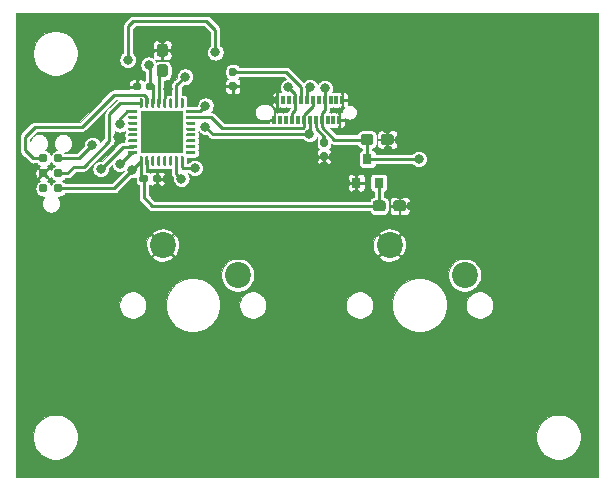
<source format=gtl>
G04 #@! TF.GenerationSoftware,KiCad,Pcbnew,(5.1.10)-1*
G04 #@! TF.CreationDate,2021-07-28T20:54:02-07:00*
G04 #@! TF.ProjectId,twokey,74776f6b-6579-42e6-9b69-6361645f7063,rev?*
G04 #@! TF.SameCoordinates,Original*
G04 #@! TF.FileFunction,Copper,L1,Top*
G04 #@! TF.FilePolarity,Positive*
%FSLAX46Y46*%
G04 Gerber Fmt 4.6, Leading zero omitted, Abs format (unit mm)*
G04 Created by KiCad (PCBNEW (5.1.10)-1) date 2021-07-28 20:54:02*
%MOMM*%
%LPD*%
G01*
G04 APERTURE LIST*
G04 #@! TA.AperFunction,ComponentPad*
%ADD10O,0.800000X1.600000*%
G04 #@! TD*
G04 #@! TA.AperFunction,SMDPad,CuDef*
%ADD11R,0.300000X0.700000*%
G04 #@! TD*
G04 #@! TA.AperFunction,SMDPad,CuDef*
%ADD12R,3.600000X3.600000*%
G04 #@! TD*
G04 #@! TA.AperFunction,SMDPad,CuDef*
%ADD13R,0.800000X0.900000*%
G04 #@! TD*
G04 #@! TA.AperFunction,SMDPad,CuDef*
%ADD14C,0.787000*%
G04 #@! TD*
G04 #@! TA.AperFunction,ComponentPad*
%ADD15C,2.200000*%
G04 #@! TD*
G04 #@! TA.AperFunction,ViaPad*
%ADD16C,0.800000*%
G04 #@! TD*
G04 #@! TA.AperFunction,Conductor*
%ADD17C,0.250000*%
G04 #@! TD*
G04 #@! TA.AperFunction,Conductor*
%ADD18C,0.100000*%
G04 #@! TD*
G04 #@! TA.AperFunction,Conductor*
%ADD19C,0.150000*%
G04 #@! TD*
G04 APERTURE END LIST*
D10*
X4490000Y18450000D03*
X-4490000Y18450000D03*
X-4130000Y12500000D03*
X4130000Y12500000D03*
D11*
X3000000Y12290000D03*
X2500000Y12290000D03*
X2000000Y12290000D03*
X1500000Y12290000D03*
X1000000Y12290000D03*
X500000Y12290000D03*
X0Y12290000D03*
X-500000Y12290000D03*
X-1000000Y12290000D03*
X-1500000Y12290000D03*
X-2000000Y12290000D03*
X-2500000Y12290000D03*
X-2750000Y10590000D03*
X-2250000Y10590000D03*
X-1750000Y10590000D03*
X-1250000Y10590000D03*
X-750000Y10590000D03*
X-250000Y10590000D03*
X250000Y10590000D03*
X750000Y10590000D03*
X1250000Y10590000D03*
X1750000Y10590000D03*
X2250000Y10590000D03*
X2750000Y10590000D03*
G04 #@! TA.AperFunction,SMDPad,CuDef*
G36*
G01*
X-15143600Y11263300D02*
X-15143600Y11388300D01*
G75*
G02*
X-15081100Y11450800I62500J0D01*
G01*
X-14406100Y11450800D01*
G75*
G02*
X-14343600Y11388300I0J-62500D01*
G01*
X-14343600Y11263300D01*
G75*
G02*
X-14406100Y11200800I-62500J0D01*
G01*
X-15081100Y11200800D01*
G75*
G02*
X-15143600Y11263300I0J62500D01*
G01*
G37*
G04 #@! TD.AperFunction*
G04 #@! TA.AperFunction,SMDPad,CuDef*
G36*
G01*
X-15143600Y10763300D02*
X-15143600Y10888300D01*
G75*
G02*
X-15081100Y10950800I62500J0D01*
G01*
X-14406100Y10950800D01*
G75*
G02*
X-14343600Y10888300I0J-62500D01*
G01*
X-14343600Y10763300D01*
G75*
G02*
X-14406100Y10700800I-62500J0D01*
G01*
X-15081100Y10700800D01*
G75*
G02*
X-15143600Y10763300I0J62500D01*
G01*
G37*
G04 #@! TD.AperFunction*
G04 #@! TA.AperFunction,SMDPad,CuDef*
G36*
G01*
X-15143600Y10263300D02*
X-15143600Y10388300D01*
G75*
G02*
X-15081100Y10450800I62500J0D01*
G01*
X-14406100Y10450800D01*
G75*
G02*
X-14343600Y10388300I0J-62500D01*
G01*
X-14343600Y10263300D01*
G75*
G02*
X-14406100Y10200800I-62500J0D01*
G01*
X-15081100Y10200800D01*
G75*
G02*
X-15143600Y10263300I0J62500D01*
G01*
G37*
G04 #@! TD.AperFunction*
G04 #@! TA.AperFunction,SMDPad,CuDef*
G36*
G01*
X-15143600Y9763300D02*
X-15143600Y9888300D01*
G75*
G02*
X-15081100Y9950800I62500J0D01*
G01*
X-14406100Y9950800D01*
G75*
G02*
X-14343600Y9888300I0J-62500D01*
G01*
X-14343600Y9763300D01*
G75*
G02*
X-14406100Y9700800I-62500J0D01*
G01*
X-15081100Y9700800D01*
G75*
G02*
X-15143600Y9763300I0J62500D01*
G01*
G37*
G04 #@! TD.AperFunction*
G04 #@! TA.AperFunction,SMDPad,CuDef*
G36*
G01*
X-15143600Y9263300D02*
X-15143600Y9388300D01*
G75*
G02*
X-15081100Y9450800I62500J0D01*
G01*
X-14406100Y9450800D01*
G75*
G02*
X-14343600Y9388300I0J-62500D01*
G01*
X-14343600Y9263300D01*
G75*
G02*
X-14406100Y9200800I-62500J0D01*
G01*
X-15081100Y9200800D01*
G75*
G02*
X-15143600Y9263300I0J62500D01*
G01*
G37*
G04 #@! TD.AperFunction*
G04 #@! TA.AperFunction,SMDPad,CuDef*
G36*
G01*
X-15143600Y8763300D02*
X-15143600Y8888300D01*
G75*
G02*
X-15081100Y8950800I62500J0D01*
G01*
X-14406100Y8950800D01*
G75*
G02*
X-14343600Y8888300I0J-62500D01*
G01*
X-14343600Y8763300D01*
G75*
G02*
X-14406100Y8700800I-62500J0D01*
G01*
X-15081100Y8700800D01*
G75*
G02*
X-15143600Y8763300I0J62500D01*
G01*
G37*
G04 #@! TD.AperFunction*
G04 #@! TA.AperFunction,SMDPad,CuDef*
G36*
G01*
X-15143600Y8263300D02*
X-15143600Y8388300D01*
G75*
G02*
X-15081100Y8450800I62500J0D01*
G01*
X-14406100Y8450800D01*
G75*
G02*
X-14343600Y8388300I0J-62500D01*
G01*
X-14343600Y8263300D01*
G75*
G02*
X-14406100Y8200800I-62500J0D01*
G01*
X-15081100Y8200800D01*
G75*
G02*
X-15143600Y8263300I0J62500D01*
G01*
G37*
G04 #@! TD.AperFunction*
G04 #@! TA.AperFunction,SMDPad,CuDef*
G36*
G01*
X-15143600Y7763300D02*
X-15143600Y7888300D01*
G75*
G02*
X-15081100Y7950800I62500J0D01*
G01*
X-14406100Y7950800D01*
G75*
G02*
X-14343600Y7888300I0J-62500D01*
G01*
X-14343600Y7763300D01*
G75*
G02*
X-14406100Y7700800I-62500J0D01*
G01*
X-15081100Y7700800D01*
G75*
G02*
X-15143600Y7763300I0J62500D01*
G01*
G37*
G04 #@! TD.AperFunction*
G04 #@! TA.AperFunction,SMDPad,CuDef*
G36*
G01*
X-14168600Y6788300D02*
X-14168600Y7463300D01*
G75*
G02*
X-14106100Y7525800I62500J0D01*
G01*
X-13981100Y7525800D01*
G75*
G02*
X-13918600Y7463300I0J-62500D01*
G01*
X-13918600Y6788300D01*
G75*
G02*
X-13981100Y6725800I-62500J0D01*
G01*
X-14106100Y6725800D01*
G75*
G02*
X-14168600Y6788300I0J62500D01*
G01*
G37*
G04 #@! TD.AperFunction*
G04 #@! TA.AperFunction,SMDPad,CuDef*
G36*
G01*
X-13668600Y6788300D02*
X-13668600Y7463300D01*
G75*
G02*
X-13606100Y7525800I62500J0D01*
G01*
X-13481100Y7525800D01*
G75*
G02*
X-13418600Y7463300I0J-62500D01*
G01*
X-13418600Y6788300D01*
G75*
G02*
X-13481100Y6725800I-62500J0D01*
G01*
X-13606100Y6725800D01*
G75*
G02*
X-13668600Y6788300I0J62500D01*
G01*
G37*
G04 #@! TD.AperFunction*
G04 #@! TA.AperFunction,SMDPad,CuDef*
G36*
G01*
X-13168600Y6788300D02*
X-13168600Y7463300D01*
G75*
G02*
X-13106100Y7525800I62500J0D01*
G01*
X-12981100Y7525800D01*
G75*
G02*
X-12918600Y7463300I0J-62500D01*
G01*
X-12918600Y6788300D01*
G75*
G02*
X-12981100Y6725800I-62500J0D01*
G01*
X-13106100Y6725800D01*
G75*
G02*
X-13168600Y6788300I0J62500D01*
G01*
G37*
G04 #@! TD.AperFunction*
G04 #@! TA.AperFunction,SMDPad,CuDef*
G36*
G01*
X-12668600Y6788300D02*
X-12668600Y7463300D01*
G75*
G02*
X-12606100Y7525800I62500J0D01*
G01*
X-12481100Y7525800D01*
G75*
G02*
X-12418600Y7463300I0J-62500D01*
G01*
X-12418600Y6788300D01*
G75*
G02*
X-12481100Y6725800I-62500J0D01*
G01*
X-12606100Y6725800D01*
G75*
G02*
X-12668600Y6788300I0J62500D01*
G01*
G37*
G04 #@! TD.AperFunction*
G04 #@! TA.AperFunction,SMDPad,CuDef*
G36*
G01*
X-12168600Y6788300D02*
X-12168600Y7463300D01*
G75*
G02*
X-12106100Y7525800I62500J0D01*
G01*
X-11981100Y7525800D01*
G75*
G02*
X-11918600Y7463300I0J-62500D01*
G01*
X-11918600Y6788300D01*
G75*
G02*
X-11981100Y6725800I-62500J0D01*
G01*
X-12106100Y6725800D01*
G75*
G02*
X-12168600Y6788300I0J62500D01*
G01*
G37*
G04 #@! TD.AperFunction*
G04 #@! TA.AperFunction,SMDPad,CuDef*
G36*
G01*
X-11668600Y6788300D02*
X-11668600Y7463300D01*
G75*
G02*
X-11606100Y7525800I62500J0D01*
G01*
X-11481100Y7525800D01*
G75*
G02*
X-11418600Y7463300I0J-62500D01*
G01*
X-11418600Y6788300D01*
G75*
G02*
X-11481100Y6725800I-62500J0D01*
G01*
X-11606100Y6725800D01*
G75*
G02*
X-11668600Y6788300I0J62500D01*
G01*
G37*
G04 #@! TD.AperFunction*
G04 #@! TA.AperFunction,SMDPad,CuDef*
G36*
G01*
X-11168600Y6788300D02*
X-11168600Y7463300D01*
G75*
G02*
X-11106100Y7525800I62500J0D01*
G01*
X-10981100Y7525800D01*
G75*
G02*
X-10918600Y7463300I0J-62500D01*
G01*
X-10918600Y6788300D01*
G75*
G02*
X-10981100Y6725800I-62500J0D01*
G01*
X-11106100Y6725800D01*
G75*
G02*
X-11168600Y6788300I0J62500D01*
G01*
G37*
G04 #@! TD.AperFunction*
G04 #@! TA.AperFunction,SMDPad,CuDef*
G36*
G01*
X-10668600Y6788300D02*
X-10668600Y7463300D01*
G75*
G02*
X-10606100Y7525800I62500J0D01*
G01*
X-10481100Y7525800D01*
G75*
G02*
X-10418600Y7463300I0J-62500D01*
G01*
X-10418600Y6788300D01*
G75*
G02*
X-10481100Y6725800I-62500J0D01*
G01*
X-10606100Y6725800D01*
G75*
G02*
X-10668600Y6788300I0J62500D01*
G01*
G37*
G04 #@! TD.AperFunction*
G04 #@! TA.AperFunction,SMDPad,CuDef*
G36*
G01*
X-10243600Y7763300D02*
X-10243600Y7888300D01*
G75*
G02*
X-10181100Y7950800I62500J0D01*
G01*
X-9506100Y7950800D01*
G75*
G02*
X-9443600Y7888300I0J-62500D01*
G01*
X-9443600Y7763300D01*
G75*
G02*
X-9506100Y7700800I-62500J0D01*
G01*
X-10181100Y7700800D01*
G75*
G02*
X-10243600Y7763300I0J62500D01*
G01*
G37*
G04 #@! TD.AperFunction*
G04 #@! TA.AperFunction,SMDPad,CuDef*
G36*
G01*
X-10243600Y8263300D02*
X-10243600Y8388300D01*
G75*
G02*
X-10181100Y8450800I62500J0D01*
G01*
X-9506100Y8450800D01*
G75*
G02*
X-9443600Y8388300I0J-62500D01*
G01*
X-9443600Y8263300D01*
G75*
G02*
X-9506100Y8200800I-62500J0D01*
G01*
X-10181100Y8200800D01*
G75*
G02*
X-10243600Y8263300I0J62500D01*
G01*
G37*
G04 #@! TD.AperFunction*
G04 #@! TA.AperFunction,SMDPad,CuDef*
G36*
G01*
X-10243600Y8763300D02*
X-10243600Y8888300D01*
G75*
G02*
X-10181100Y8950800I62500J0D01*
G01*
X-9506100Y8950800D01*
G75*
G02*
X-9443600Y8888300I0J-62500D01*
G01*
X-9443600Y8763300D01*
G75*
G02*
X-9506100Y8700800I-62500J0D01*
G01*
X-10181100Y8700800D01*
G75*
G02*
X-10243600Y8763300I0J62500D01*
G01*
G37*
G04 #@! TD.AperFunction*
G04 #@! TA.AperFunction,SMDPad,CuDef*
G36*
G01*
X-10243600Y9263300D02*
X-10243600Y9388300D01*
G75*
G02*
X-10181100Y9450800I62500J0D01*
G01*
X-9506100Y9450800D01*
G75*
G02*
X-9443600Y9388300I0J-62500D01*
G01*
X-9443600Y9263300D01*
G75*
G02*
X-9506100Y9200800I-62500J0D01*
G01*
X-10181100Y9200800D01*
G75*
G02*
X-10243600Y9263300I0J62500D01*
G01*
G37*
G04 #@! TD.AperFunction*
G04 #@! TA.AperFunction,SMDPad,CuDef*
G36*
G01*
X-10243600Y9763300D02*
X-10243600Y9888300D01*
G75*
G02*
X-10181100Y9950800I62500J0D01*
G01*
X-9506100Y9950800D01*
G75*
G02*
X-9443600Y9888300I0J-62500D01*
G01*
X-9443600Y9763300D01*
G75*
G02*
X-9506100Y9700800I-62500J0D01*
G01*
X-10181100Y9700800D01*
G75*
G02*
X-10243600Y9763300I0J62500D01*
G01*
G37*
G04 #@! TD.AperFunction*
G04 #@! TA.AperFunction,SMDPad,CuDef*
G36*
G01*
X-10243600Y10263300D02*
X-10243600Y10388300D01*
G75*
G02*
X-10181100Y10450800I62500J0D01*
G01*
X-9506100Y10450800D01*
G75*
G02*
X-9443600Y10388300I0J-62500D01*
G01*
X-9443600Y10263300D01*
G75*
G02*
X-9506100Y10200800I-62500J0D01*
G01*
X-10181100Y10200800D01*
G75*
G02*
X-10243600Y10263300I0J62500D01*
G01*
G37*
G04 #@! TD.AperFunction*
G04 #@! TA.AperFunction,SMDPad,CuDef*
G36*
G01*
X-10243600Y10763300D02*
X-10243600Y10888300D01*
G75*
G02*
X-10181100Y10950800I62500J0D01*
G01*
X-9506100Y10950800D01*
G75*
G02*
X-9443600Y10888300I0J-62500D01*
G01*
X-9443600Y10763300D01*
G75*
G02*
X-9506100Y10700800I-62500J0D01*
G01*
X-10181100Y10700800D01*
G75*
G02*
X-10243600Y10763300I0J62500D01*
G01*
G37*
G04 #@! TD.AperFunction*
G04 #@! TA.AperFunction,SMDPad,CuDef*
G36*
G01*
X-10243600Y11263300D02*
X-10243600Y11388300D01*
G75*
G02*
X-10181100Y11450800I62500J0D01*
G01*
X-9506100Y11450800D01*
G75*
G02*
X-9443600Y11388300I0J-62500D01*
G01*
X-9443600Y11263300D01*
G75*
G02*
X-9506100Y11200800I-62500J0D01*
G01*
X-10181100Y11200800D01*
G75*
G02*
X-10243600Y11263300I0J62500D01*
G01*
G37*
G04 #@! TD.AperFunction*
G04 #@! TA.AperFunction,SMDPad,CuDef*
G36*
G01*
X-10668600Y11688300D02*
X-10668600Y12363300D01*
G75*
G02*
X-10606100Y12425800I62500J0D01*
G01*
X-10481100Y12425800D01*
G75*
G02*
X-10418600Y12363300I0J-62500D01*
G01*
X-10418600Y11688300D01*
G75*
G02*
X-10481100Y11625800I-62500J0D01*
G01*
X-10606100Y11625800D01*
G75*
G02*
X-10668600Y11688300I0J62500D01*
G01*
G37*
G04 #@! TD.AperFunction*
G04 #@! TA.AperFunction,SMDPad,CuDef*
G36*
G01*
X-11168600Y11688300D02*
X-11168600Y12363300D01*
G75*
G02*
X-11106100Y12425800I62500J0D01*
G01*
X-10981100Y12425800D01*
G75*
G02*
X-10918600Y12363300I0J-62500D01*
G01*
X-10918600Y11688300D01*
G75*
G02*
X-10981100Y11625800I-62500J0D01*
G01*
X-11106100Y11625800D01*
G75*
G02*
X-11168600Y11688300I0J62500D01*
G01*
G37*
G04 #@! TD.AperFunction*
G04 #@! TA.AperFunction,SMDPad,CuDef*
G36*
G01*
X-11668600Y11688300D02*
X-11668600Y12363300D01*
G75*
G02*
X-11606100Y12425800I62500J0D01*
G01*
X-11481100Y12425800D01*
G75*
G02*
X-11418600Y12363300I0J-62500D01*
G01*
X-11418600Y11688300D01*
G75*
G02*
X-11481100Y11625800I-62500J0D01*
G01*
X-11606100Y11625800D01*
G75*
G02*
X-11668600Y11688300I0J62500D01*
G01*
G37*
G04 #@! TD.AperFunction*
G04 #@! TA.AperFunction,SMDPad,CuDef*
G36*
G01*
X-12168600Y11688300D02*
X-12168600Y12363300D01*
G75*
G02*
X-12106100Y12425800I62500J0D01*
G01*
X-11981100Y12425800D01*
G75*
G02*
X-11918600Y12363300I0J-62500D01*
G01*
X-11918600Y11688300D01*
G75*
G02*
X-11981100Y11625800I-62500J0D01*
G01*
X-12106100Y11625800D01*
G75*
G02*
X-12168600Y11688300I0J62500D01*
G01*
G37*
G04 #@! TD.AperFunction*
G04 #@! TA.AperFunction,SMDPad,CuDef*
G36*
G01*
X-12668600Y11688300D02*
X-12668600Y12363300D01*
G75*
G02*
X-12606100Y12425800I62500J0D01*
G01*
X-12481100Y12425800D01*
G75*
G02*
X-12418600Y12363300I0J-62500D01*
G01*
X-12418600Y11688300D01*
G75*
G02*
X-12481100Y11625800I-62500J0D01*
G01*
X-12606100Y11625800D01*
G75*
G02*
X-12668600Y11688300I0J62500D01*
G01*
G37*
G04 #@! TD.AperFunction*
G04 #@! TA.AperFunction,SMDPad,CuDef*
G36*
G01*
X-13168600Y11688300D02*
X-13168600Y12363300D01*
G75*
G02*
X-13106100Y12425800I62500J0D01*
G01*
X-12981100Y12425800D01*
G75*
G02*
X-12918600Y12363300I0J-62500D01*
G01*
X-12918600Y11688300D01*
G75*
G02*
X-12981100Y11625800I-62500J0D01*
G01*
X-13106100Y11625800D01*
G75*
G02*
X-13168600Y11688300I0J62500D01*
G01*
G37*
G04 #@! TD.AperFunction*
G04 #@! TA.AperFunction,SMDPad,CuDef*
G36*
G01*
X-13668600Y11688300D02*
X-13668600Y12363300D01*
G75*
G02*
X-13606100Y12425800I62500J0D01*
G01*
X-13481100Y12425800D01*
G75*
G02*
X-13418600Y12363300I0J-62500D01*
G01*
X-13418600Y11688300D01*
G75*
G02*
X-13481100Y11625800I-62500J0D01*
G01*
X-13606100Y11625800D01*
G75*
G02*
X-13668600Y11688300I0J62500D01*
G01*
G37*
G04 #@! TD.AperFunction*
G04 #@! TA.AperFunction,SMDPad,CuDef*
G36*
G01*
X-14168600Y11688300D02*
X-14168600Y12363300D01*
G75*
G02*
X-14106100Y12425800I62500J0D01*
G01*
X-13981100Y12425800D01*
G75*
G02*
X-13918600Y12363300I0J-62500D01*
G01*
X-13918600Y11688300D01*
G75*
G02*
X-13981100Y11625800I-62500J0D01*
G01*
X-14106100Y11625800D01*
G75*
G02*
X-14168600Y11688300I0J62500D01*
G01*
G37*
G04 #@! TD.AperFunction*
D12*
X-12293600Y9575800D03*
D13*
X4180800Y5283200D03*
X6080800Y5283200D03*
X5130800Y7283200D03*
D14*
X-21031200Y4800600D03*
X-21031200Y6070600D03*
X-21031200Y7340600D03*
X-22301200Y7340600D03*
X-22301200Y6070600D03*
X-22301200Y4800600D03*
D15*
X7000000Y0D03*
X13350000Y-2540000D03*
G04 #@! TA.AperFunction,SMDPad,CuDef*
G36*
G01*
X-12005300Y14234800D02*
X-12480300Y14234800D01*
G75*
G02*
X-12717800Y14472300I0J237500D01*
G01*
X-12717800Y15072300D01*
G75*
G02*
X-12480300Y15309800I237500J0D01*
G01*
X-12005300Y15309800D01*
G75*
G02*
X-11767800Y15072300I0J-237500D01*
G01*
X-11767800Y14472300D01*
G75*
G02*
X-12005300Y14234800I-237500J0D01*
G01*
G37*
G04 #@! TD.AperFunction*
G04 #@! TA.AperFunction,SMDPad,CuDef*
G36*
G01*
X-12005300Y15959800D02*
X-12480300Y15959800D01*
G75*
G02*
X-12717800Y16197300I0J237500D01*
G01*
X-12717800Y16797300D01*
G75*
G02*
X-12480300Y17034800I237500J0D01*
G01*
X-12005300Y17034800D01*
G75*
G02*
X-11767800Y16797300I0J-237500D01*
G01*
X-11767800Y16197300D01*
G75*
G02*
X-12005300Y15959800I-237500J0D01*
G01*
G37*
G04 #@! TD.AperFunction*
G04 #@! TA.AperFunction,SMDPad,CuDef*
G36*
G01*
X-12891300Y13566200D02*
X-12891300Y13256200D01*
G75*
G02*
X-13046300Y13101200I-155000J0D01*
G01*
X-13471300Y13101200D01*
G75*
G02*
X-13626300Y13256200I0J155000D01*
G01*
X-13626300Y13566200D01*
G75*
G02*
X-13471300Y13721200I155000J0D01*
G01*
X-13046300Y13721200D01*
G75*
G02*
X-12891300Y13566200I0J-155000D01*
G01*
G37*
G04 #@! TD.AperFunction*
G04 #@! TA.AperFunction,SMDPad,CuDef*
G36*
G01*
X-14026300Y13566200D02*
X-14026300Y13256200D01*
G75*
G02*
X-14181300Y13101200I-155000J0D01*
G01*
X-14606300Y13101200D01*
G75*
G02*
X-14761300Y13256200I0J155000D01*
G01*
X-14761300Y13566200D01*
G75*
G02*
X-14606300Y13721200I155000J0D01*
G01*
X-14181300Y13721200D01*
G75*
G02*
X-14026300Y13566200I0J-155000D01*
G01*
G37*
G04 #@! TD.AperFunction*
G04 #@! TA.AperFunction,SMDPad,CuDef*
G36*
G01*
X-13050100Y5458400D02*
X-13050100Y5768400D01*
G75*
G02*
X-12895100Y5923400I155000J0D01*
G01*
X-12470100Y5923400D01*
G75*
G02*
X-12315100Y5768400I0J-155000D01*
G01*
X-12315100Y5458400D01*
G75*
G02*
X-12470100Y5303400I-155000J0D01*
G01*
X-12895100Y5303400D01*
G75*
G02*
X-13050100Y5458400I0J155000D01*
G01*
G37*
G04 #@! TD.AperFunction*
G04 #@! TA.AperFunction,SMDPad,CuDef*
G36*
G01*
X-14185100Y5458400D02*
X-14185100Y5768400D01*
G75*
G02*
X-14030100Y5923400I155000J0D01*
G01*
X-13605100Y5923400D01*
G75*
G02*
X-13450100Y5768400I0J-155000D01*
G01*
X-13450100Y5458400D01*
G75*
G02*
X-13605100Y5303400I-155000J0D01*
G01*
X-14030100Y5303400D01*
G75*
G02*
X-14185100Y5458400I0J155000D01*
G01*
G37*
G04 #@! TD.AperFunction*
G04 #@! TA.AperFunction,SMDPad,CuDef*
G36*
G01*
X4542500Y8703300D02*
X4542500Y9178300D01*
G75*
G02*
X4780000Y9415800I237500J0D01*
G01*
X5380000Y9415800D01*
G75*
G02*
X5617500Y9178300I0J-237500D01*
G01*
X5617500Y8703300D01*
G75*
G02*
X5380000Y8465800I-237500J0D01*
G01*
X4780000Y8465800D01*
G75*
G02*
X4542500Y8703300I0J237500D01*
G01*
G37*
G04 #@! TD.AperFunction*
G04 #@! TA.AperFunction,SMDPad,CuDef*
G36*
G01*
X6267500Y8703300D02*
X6267500Y9178300D01*
G75*
G02*
X6505000Y9415800I237500J0D01*
G01*
X7105000Y9415800D01*
G75*
G02*
X7342500Y9178300I0J-237500D01*
G01*
X7342500Y8703300D01*
G75*
G02*
X7105000Y8465800I-237500J0D01*
G01*
X6505000Y8465800D01*
G75*
G02*
X6267500Y8703300I0J237500D01*
G01*
G37*
G04 #@! TD.AperFunction*
G04 #@! TA.AperFunction,SMDPad,CuDef*
G36*
G01*
X7310000Y3089900D02*
X7310000Y3564900D01*
G75*
G02*
X7547500Y3802400I237500J0D01*
G01*
X8147500Y3802400D01*
G75*
G02*
X8385000Y3564900I0J-237500D01*
G01*
X8385000Y3089900D01*
G75*
G02*
X8147500Y2852400I-237500J0D01*
G01*
X7547500Y2852400D01*
G75*
G02*
X7310000Y3089900I0J237500D01*
G01*
G37*
G04 #@! TD.AperFunction*
G04 #@! TA.AperFunction,SMDPad,CuDef*
G36*
G01*
X5585000Y3089900D02*
X5585000Y3564900D01*
G75*
G02*
X5822500Y3802400I237500J0D01*
G01*
X6422500Y3802400D01*
G75*
G02*
X6660000Y3564900I0J-237500D01*
G01*
X6660000Y3089900D01*
G75*
G02*
X6422500Y2852400I-237500J0D01*
G01*
X5822500Y2852400D01*
G75*
G02*
X5585000Y3089900I0J237500D01*
G01*
G37*
G04 #@! TD.AperFunction*
G04 #@! TA.AperFunction,SMDPad,CuDef*
G36*
G01*
X1287800Y7849300D02*
X1607800Y7849300D01*
G75*
G02*
X1767800Y7689300I0J-160000D01*
G01*
X1767800Y7294300D01*
G75*
G02*
X1607800Y7134300I-160000J0D01*
G01*
X1287800Y7134300D01*
G75*
G02*
X1127800Y7294300I0J160000D01*
G01*
X1127800Y7689300D01*
G75*
G02*
X1287800Y7849300I160000J0D01*
G01*
G37*
G04 #@! TD.AperFunction*
G04 #@! TA.AperFunction,SMDPad,CuDef*
G36*
G01*
X1287800Y9044300D02*
X1607800Y9044300D01*
G75*
G02*
X1767800Y8884300I0J-160000D01*
G01*
X1767800Y8489300D01*
G75*
G02*
X1607800Y8329300I-160000J0D01*
G01*
X1287800Y8329300D01*
G75*
G02*
X1127800Y8489300I0J160000D01*
G01*
X1127800Y8884300D01*
G75*
G02*
X1287800Y9044300I160000J0D01*
G01*
G37*
G04 #@! TD.AperFunction*
G04 #@! TA.AperFunction,SMDPad,CuDef*
G36*
G01*
X-6433800Y15014500D02*
X-6113800Y15014500D01*
G75*
G02*
X-5953800Y14854500I0J-160000D01*
G01*
X-5953800Y14459500D01*
G75*
G02*
X-6113800Y14299500I-160000J0D01*
G01*
X-6433800Y14299500D01*
G75*
G02*
X-6593800Y14459500I0J160000D01*
G01*
X-6593800Y14854500D01*
G75*
G02*
X-6433800Y15014500I160000J0D01*
G01*
G37*
G04 #@! TD.AperFunction*
G04 #@! TA.AperFunction,SMDPad,CuDef*
G36*
G01*
X-6433800Y13819500D02*
X-6113800Y13819500D01*
G75*
G02*
X-5953800Y13659500I0J-160000D01*
G01*
X-5953800Y13264500D01*
G75*
G02*
X-6113800Y13104500I-160000J0D01*
G01*
X-6433800Y13104500D01*
G75*
G02*
X-6593800Y13264500I0J160000D01*
G01*
X-6593800Y13659500D01*
G75*
G02*
X-6433800Y13819500I160000J0D01*
G01*
G37*
G04 #@! TD.AperFunction*
X-5850000Y-2540000D03*
X-12200000Y0D03*
D16*
X-11201400Y16383000D03*
X-13284200Y16357600D03*
X-12242800Y17449800D03*
X-12674600Y4851400D03*
X-11849100Y5588000D03*
X-3048000Y12268200D03*
X6819900Y9842500D03*
X7797800Y8915400D03*
X6858000Y8026400D03*
X2247900Y7493000D03*
X1460500Y6692900D03*
X647700Y7416800D03*
X4191000Y4368800D03*
X3314700Y5245100D03*
X4191000Y6184900D03*
X7861300Y4241800D03*
X8839200Y3314700D03*
X-9664700Y-11912600D03*
X9575800Y-11925300D03*
X-23317200Y6007100D03*
X-11798300Y13220700D03*
X-15989300Y9169400D03*
X-19024600Y9169400D03*
X-19075400Y5715000D03*
X-5295900Y13487400D03*
X-7264400Y13474700D03*
X-6273800Y12433300D03*
X-14236700Y14287500D03*
X-5943600Y-10096500D03*
X-317500Y-10096500D03*
X4914900Y-10121900D03*
X-5943600Y-8458200D03*
X-406400Y-8521700D03*
X4864100Y-8458200D03*
X3009900Y13258800D03*
X-3048000Y13550900D03*
X-14782800Y6350000D03*
X-13398500Y15265398D03*
X1498600Y13284200D03*
X-1600200Y13360400D03*
X9474200Y7289800D03*
X254000Y13385800D03*
X-8585202Y10032998D03*
X-8585200Y11811000D03*
X216649Y9399184D03*
X-9499600Y6527800D03*
X-10642600Y5638800D03*
X-17462500Y6451600D03*
X-15849600Y6908800D03*
X-18161000Y8483600D03*
X-10312400Y14274800D03*
X-15860407Y10221082D03*
X-15163800Y15697200D03*
X-7747000Y16332200D03*
D17*
X-12543600Y14357200D02*
X-12242800Y14658000D01*
X-12543600Y12025800D02*
X-12543600Y14357200D01*
X-13043600Y13196000D02*
X-13258800Y13411200D01*
X-13043600Y12025800D02*
X-13043600Y13196000D01*
X-14043600Y5839400D02*
X-13817600Y5613400D01*
X-14043600Y7125800D02*
X-14043600Y5839400D01*
X-14782800Y6386600D02*
X-14043600Y7125800D01*
X-14782800Y6350000D02*
X-14782800Y6386600D01*
X-16332200Y4800600D02*
X-14782800Y6350000D01*
X-21031200Y4800600D02*
X-16332200Y4800600D01*
X6080800Y3369100D02*
X6122500Y3327400D01*
X6080800Y5283200D02*
X6080800Y3369100D01*
X6122500Y3327400D02*
X-13106400Y3327400D01*
X-13817600Y4038600D02*
X-13817600Y5613400D01*
X-13106400Y3327400D02*
X-13817600Y4038600D01*
X-13258800Y13411200D02*
X-13258800Y15125698D01*
X-13258800Y15125698D02*
X-13398500Y15265398D01*
X5077800Y7336200D02*
X5130800Y7283200D01*
X-1250000Y11175002D02*
X-1250000Y10590000D01*
X-1000000Y11425002D02*
X-1250000Y11175002D01*
X-1000000Y12290000D02*
X-1000000Y11425002D01*
X1250000Y11175002D02*
X1250000Y10590000D01*
X1500000Y11425002D02*
X1250000Y11175002D01*
X1500000Y12290000D02*
X1500000Y11425002D01*
X1498600Y12291400D02*
X1500000Y12290000D01*
X1498600Y13284200D02*
X1498600Y12291400D01*
X-1000000Y12760200D02*
X-1600200Y13360400D01*
X-1000000Y12290000D02*
X-1000000Y12760200D01*
X2314198Y8940800D02*
X5080000Y8940800D01*
X1274999Y9979999D02*
X2314198Y8940800D01*
X1250000Y10590000D02*
X1274999Y10565001D01*
X1274999Y10565001D02*
X1274999Y9979999D01*
X5080000Y7334000D02*
X5130800Y7283200D01*
X5080000Y8940800D02*
X5080000Y7334000D01*
X9467600Y7283200D02*
X9474200Y7289800D01*
X5130800Y7283200D02*
X9467600Y7283200D01*
X750000Y10590000D02*
X750000Y9990000D01*
X1447800Y9170788D02*
X1447800Y8686800D01*
X824988Y9793599D02*
X1447800Y9170788D01*
X824988Y9915012D02*
X824988Y9793599D01*
X750000Y9990000D02*
X824988Y9915012D01*
X0Y12290000D02*
X0Y12890000D01*
X0Y13168160D02*
X0Y12290000D01*
X254000Y13385800D02*
X0Y13168160D01*
X-9070400Y11325800D02*
X-8585200Y11811000D01*
X-9843600Y11325800D02*
X-9070400Y11325800D01*
X-7951388Y9399184D02*
X216649Y9399184D01*
X-8585202Y10032998D02*
X-7951388Y9399184D01*
X250000Y9432535D02*
X216649Y9399184D01*
X250000Y10590000D02*
X250000Y9432535D01*
X500000Y12290000D02*
X500000Y12276200D01*
X-250000Y11053000D02*
X-250000Y10590000D01*
X500000Y11803000D02*
X-250000Y11053000D01*
X500000Y12290000D02*
X500000Y11803000D01*
X-8108000Y10825800D02*
X-9843600Y10825800D01*
X-7197199Y9914999D02*
X-8108000Y10825800D01*
X-325001Y9914999D02*
X-7197199Y9914999D01*
X-250000Y9990000D02*
X-325001Y9914999D01*
X-250000Y10590000D02*
X-250000Y9990000D01*
X-500000Y13377800D02*
X-1778000Y14655800D01*
X-500000Y12290000D02*
X-500000Y13377800D01*
X-6272600Y14655800D02*
X-6273800Y14657000D01*
X-1778000Y14655800D02*
X-6272600Y14655800D01*
X-10543600Y7125800D02*
X-10543600Y6606600D01*
X-10464800Y6527800D02*
X-9499600Y6527800D01*
X-10543600Y6606600D02*
X-10464800Y6527800D01*
X-11043600Y6039800D02*
X-10642600Y5638800D01*
X-11043600Y7125800D02*
X-11043600Y6039800D01*
X-14743600Y8325800D02*
X-15588300Y8325800D01*
X-15588300Y8325800D02*
X-17462500Y6451600D01*
X-14932600Y7825800D02*
X-15849600Y6908800D01*
X-14743600Y7825800D02*
X-14932600Y7825800D01*
X-20269200Y6070600D02*
X-21031200Y6070600D01*
X-19685000Y6654800D02*
X-20269200Y6070600D01*
X-16744802Y8820298D02*
X-18910300Y6654800D01*
X-16713200Y8820298D02*
X-16744802Y8820298D01*
X-16714301Y8821399D02*
X-16713200Y8820298D01*
X-16714301Y9517401D02*
X-16714301Y8821399D01*
X-16713200Y9518502D02*
X-16714301Y9517401D01*
X-18910300Y6654800D02*
X-19685000Y6654800D01*
X-16713200Y11099800D02*
X-16713200Y9518502D01*
X-15787200Y12025800D02*
X-16713200Y11099800D01*
X-14043600Y12025800D02*
X-15787200Y12025800D01*
X-19304000Y7340600D02*
X-18161000Y8483600D01*
X-21031200Y7340600D02*
X-19304000Y7340600D01*
X-11043600Y13543600D02*
X-10312400Y14274800D01*
X-11043600Y12025800D02*
X-11043600Y13543600D01*
X-23164800Y7340600D02*
X-22301200Y7340600D01*
X-23876000Y8051800D02*
X-23164800Y7340600D01*
X-23876000Y9169400D02*
X-23876000Y8051800D01*
X-23012400Y10033000D02*
X-23876000Y9169400D01*
X-19050000Y10033000D02*
X-23012400Y10033000D01*
X-16332190Y12750810D02*
X-19050000Y10033000D01*
X-13820588Y12750810D02*
X-16332190Y12750810D01*
X-13543600Y12473822D02*
X-13820588Y12750810D01*
X-13543600Y12025800D02*
X-13543600Y12473822D01*
X-15860407Y10657015D02*
X-15860407Y10221082D01*
X-15191622Y11325800D02*
X-15860407Y10657015D01*
X-14743600Y11325800D02*
X-15191622Y11325800D01*
X-15163800Y15697200D02*
X-15163800Y18516600D01*
X-15163800Y18516600D02*
X-14681200Y18999200D01*
X-14681200Y18999200D02*
X-8534400Y18999200D01*
X-8534400Y18999200D02*
X-7747000Y18211800D01*
X-7747000Y18211800D02*
X-7747000Y16332200D01*
D18*
X24671000Y-19671000D02*
X-24671000Y-19671000D01*
X-24671000Y-16062472D01*
X-23204000Y-16062472D01*
X-23204000Y-16437528D01*
X-23130831Y-16805376D01*
X-22987303Y-17151882D01*
X-22778934Y-17463729D01*
X-22513729Y-17728934D01*
X-22201882Y-17937303D01*
X-21855376Y-18080831D01*
X-21487528Y-18154000D01*
X-21112472Y-18154000D01*
X-20744624Y-18080831D01*
X-20398118Y-17937303D01*
X-20086271Y-17728934D01*
X-19821066Y-17463729D01*
X-19612697Y-17151882D01*
X-19469169Y-16805376D01*
X-19396000Y-16437528D01*
X-19396000Y-16062472D01*
X19396000Y-16062472D01*
X19396000Y-16437528D01*
X19469169Y-16805376D01*
X19612697Y-17151882D01*
X19821066Y-17463729D01*
X20086271Y-17728934D01*
X20398118Y-17937303D01*
X20744624Y-18080831D01*
X21112472Y-18154000D01*
X21487528Y-18154000D01*
X21855376Y-18080831D01*
X22201882Y-17937303D01*
X22513729Y-17728934D01*
X22778934Y-17463729D01*
X22987303Y-17151882D01*
X23130831Y-16805376D01*
X23204000Y-16437528D01*
X23204000Y-16062472D01*
X23130831Y-15694624D01*
X22987303Y-15348118D01*
X22778934Y-15036271D01*
X22513729Y-14771066D01*
X22201882Y-14562697D01*
X21855376Y-14419169D01*
X21487528Y-14346000D01*
X21112472Y-14346000D01*
X20744624Y-14419169D01*
X20398118Y-14562697D01*
X20086271Y-14771066D01*
X19821066Y-15036271D01*
X19612697Y-15348118D01*
X19469169Y-15694624D01*
X19396000Y-16062472D01*
X-19396000Y-16062472D01*
X-19469169Y-15694624D01*
X-19612697Y-15348118D01*
X-19821066Y-15036271D01*
X-20086271Y-14771066D01*
X-20398118Y-14562697D01*
X-20744624Y-14419169D01*
X-21112472Y-14346000D01*
X-21487528Y-14346000D01*
X-21855376Y-14419169D01*
X-22201882Y-14562697D01*
X-22513729Y-14771066D01*
X-22778934Y-15036271D01*
X-22987303Y-15348118D01*
X-23130831Y-15694624D01*
X-23204000Y-16062472D01*
X-24671000Y-16062472D01*
X-24671000Y-4966341D01*
X-15894000Y-4966341D01*
X-15894000Y-5193659D01*
X-15849653Y-5416609D01*
X-15762662Y-5626624D01*
X-15636371Y-5815632D01*
X-15475632Y-5976371D01*
X-15286624Y-6102662D01*
X-15076609Y-6189653D01*
X-14853659Y-6234000D01*
X-14626341Y-6234000D01*
X-14403391Y-6189653D01*
X-14193376Y-6102662D01*
X-14004368Y-5976371D01*
X-13843629Y-5815632D01*
X-13717338Y-5626624D01*
X-13630347Y-5416609D01*
X-13586000Y-5193659D01*
X-13586000Y-4966341D01*
X-13608529Y-4853076D01*
X-11964000Y-4853076D01*
X-11964000Y-5306924D01*
X-11875459Y-5752052D01*
X-11701778Y-6171353D01*
X-11449634Y-6548714D01*
X-11128714Y-6869634D01*
X-10751353Y-7121778D01*
X-10332052Y-7295459D01*
X-9886924Y-7384000D01*
X-9433076Y-7384000D01*
X-8987948Y-7295459D01*
X-8568647Y-7121778D01*
X-8191286Y-6869634D01*
X-7870366Y-6548714D01*
X-7618222Y-6171353D01*
X-7444541Y-5752052D01*
X-7356000Y-5306924D01*
X-7356000Y-4966341D01*
X-5734000Y-4966341D01*
X-5734000Y-5193659D01*
X-5689653Y-5416609D01*
X-5602662Y-5626624D01*
X-5476371Y-5815632D01*
X-5315632Y-5976371D01*
X-5126624Y-6102662D01*
X-4916609Y-6189653D01*
X-4693659Y-6234000D01*
X-4466341Y-6234000D01*
X-4243391Y-6189653D01*
X-4033376Y-6102662D01*
X-3844368Y-5976371D01*
X-3683629Y-5815632D01*
X-3557338Y-5626624D01*
X-3470347Y-5416609D01*
X-3426000Y-5193659D01*
X-3426000Y-4966341D01*
X3306000Y-4966341D01*
X3306000Y-5193659D01*
X3350347Y-5416609D01*
X3437338Y-5626624D01*
X3563629Y-5815632D01*
X3724368Y-5976371D01*
X3913376Y-6102662D01*
X4123391Y-6189653D01*
X4346341Y-6234000D01*
X4573659Y-6234000D01*
X4796609Y-6189653D01*
X5006624Y-6102662D01*
X5195632Y-5976371D01*
X5356371Y-5815632D01*
X5482662Y-5626624D01*
X5569653Y-5416609D01*
X5614000Y-5193659D01*
X5614000Y-4966341D01*
X5591471Y-4853076D01*
X7236000Y-4853076D01*
X7236000Y-5306924D01*
X7324541Y-5752052D01*
X7498222Y-6171353D01*
X7750366Y-6548714D01*
X8071286Y-6869634D01*
X8448647Y-7121778D01*
X8867948Y-7295459D01*
X9313076Y-7384000D01*
X9766924Y-7384000D01*
X10212052Y-7295459D01*
X10631353Y-7121778D01*
X11008714Y-6869634D01*
X11329634Y-6548714D01*
X11581778Y-6171353D01*
X11755459Y-5752052D01*
X11844000Y-5306924D01*
X11844000Y-4966341D01*
X13466000Y-4966341D01*
X13466000Y-5193659D01*
X13510347Y-5416609D01*
X13597338Y-5626624D01*
X13723629Y-5815632D01*
X13884368Y-5976371D01*
X14073376Y-6102662D01*
X14283391Y-6189653D01*
X14506341Y-6234000D01*
X14733659Y-6234000D01*
X14956609Y-6189653D01*
X15166624Y-6102662D01*
X15355632Y-5976371D01*
X15516371Y-5815632D01*
X15642662Y-5626624D01*
X15729653Y-5416609D01*
X15774000Y-5193659D01*
X15774000Y-4966341D01*
X15729653Y-4743391D01*
X15642662Y-4533376D01*
X15516371Y-4344368D01*
X15355632Y-4183629D01*
X15166624Y-4057338D01*
X14956609Y-3970347D01*
X14733659Y-3926000D01*
X14506341Y-3926000D01*
X14283391Y-3970347D01*
X14073376Y-4057338D01*
X13884368Y-4183629D01*
X13723629Y-4344368D01*
X13597338Y-4533376D01*
X13510347Y-4743391D01*
X13466000Y-4966341D01*
X11844000Y-4966341D01*
X11844000Y-4853076D01*
X11755459Y-4407948D01*
X11581778Y-3988647D01*
X11329634Y-3611286D01*
X11008714Y-3290366D01*
X10631353Y-3038222D01*
X10212052Y-2864541D01*
X9766924Y-2776000D01*
X9313076Y-2776000D01*
X8867948Y-2864541D01*
X8448647Y-3038222D01*
X8071286Y-3290366D01*
X7750366Y-3611286D01*
X7498222Y-3988647D01*
X7324541Y-4407948D01*
X7236000Y-4853076D01*
X5591471Y-4853076D01*
X5569653Y-4743391D01*
X5482662Y-4533376D01*
X5356371Y-4344368D01*
X5195632Y-4183629D01*
X5006624Y-4057338D01*
X4796609Y-3970347D01*
X4573659Y-3926000D01*
X4346341Y-3926000D01*
X4123391Y-3970347D01*
X3913376Y-4057338D01*
X3724368Y-4183629D01*
X3563629Y-4344368D01*
X3437338Y-4533376D01*
X3350347Y-4743391D01*
X3306000Y-4966341D01*
X-3426000Y-4966341D01*
X-3470347Y-4743391D01*
X-3557338Y-4533376D01*
X-3683629Y-4344368D01*
X-3844368Y-4183629D01*
X-4033376Y-4057338D01*
X-4243391Y-3970347D01*
X-4466341Y-3926000D01*
X-4693659Y-3926000D01*
X-4916609Y-3970347D01*
X-5126624Y-4057338D01*
X-5315632Y-4183629D01*
X-5476371Y-4344368D01*
X-5602662Y-4533376D01*
X-5689653Y-4743391D01*
X-5734000Y-4966341D01*
X-7356000Y-4966341D01*
X-7356000Y-4853076D01*
X-7444541Y-4407948D01*
X-7618222Y-3988647D01*
X-7870366Y-3611286D01*
X-8191286Y-3290366D01*
X-8568647Y-3038222D01*
X-8987948Y-2864541D01*
X-9433076Y-2776000D01*
X-9886924Y-2776000D01*
X-10332052Y-2864541D01*
X-10751353Y-3038222D01*
X-11128714Y-3290366D01*
X-11449634Y-3611286D01*
X-11701778Y-3988647D01*
X-11875459Y-4407948D01*
X-11964000Y-4853076D01*
X-13608529Y-4853076D01*
X-13630347Y-4743391D01*
X-13717338Y-4533376D01*
X-13843629Y-4344368D01*
X-14004368Y-4183629D01*
X-14193376Y-4057338D01*
X-14403391Y-3970347D01*
X-14626341Y-3926000D01*
X-14853659Y-3926000D01*
X-15076609Y-3970347D01*
X-15286624Y-4057338D01*
X-15475632Y-4183629D01*
X-15636371Y-4344368D01*
X-15762662Y-4533376D01*
X-15849653Y-4743391D01*
X-15894000Y-4966341D01*
X-24671000Y-4966341D01*
X-24671000Y-2401718D01*
X-7254000Y-2401718D01*
X-7254000Y-2678282D01*
X-7200045Y-2949532D01*
X-7094208Y-3205043D01*
X-6940558Y-3434998D01*
X-6744998Y-3630558D01*
X-6515043Y-3784208D01*
X-6259532Y-3890045D01*
X-5988282Y-3944000D01*
X-5711718Y-3944000D01*
X-5440468Y-3890045D01*
X-5184957Y-3784208D01*
X-4955002Y-3630558D01*
X-4759442Y-3434998D01*
X-4605792Y-3205043D01*
X-4499955Y-2949532D01*
X-4446000Y-2678282D01*
X-4446000Y-2401718D01*
X11946000Y-2401718D01*
X11946000Y-2678282D01*
X11999955Y-2949532D01*
X12105792Y-3205043D01*
X12259442Y-3434998D01*
X12455002Y-3630558D01*
X12684957Y-3784208D01*
X12940468Y-3890045D01*
X13211718Y-3944000D01*
X13488282Y-3944000D01*
X13759532Y-3890045D01*
X14015043Y-3784208D01*
X14244998Y-3630558D01*
X14440558Y-3434998D01*
X14594208Y-3205043D01*
X14700045Y-2949532D01*
X14754000Y-2678282D01*
X14754000Y-2401718D01*
X14700045Y-2130468D01*
X14594208Y-1874957D01*
X14440558Y-1645002D01*
X14244998Y-1449442D01*
X14015043Y-1295792D01*
X13759532Y-1189955D01*
X13488282Y-1136000D01*
X13211718Y-1136000D01*
X12940468Y-1189955D01*
X12684957Y-1295792D01*
X12455002Y-1449442D01*
X12259442Y-1645002D01*
X12105792Y-1874957D01*
X11999955Y-2130468D01*
X11946000Y-2401718D01*
X-4446000Y-2401718D01*
X-4499955Y-2130468D01*
X-4605792Y-1874957D01*
X-4759442Y-1645002D01*
X-4955002Y-1449442D01*
X-5184957Y-1295792D01*
X-5440468Y-1189955D01*
X-5711718Y-1136000D01*
X-5988282Y-1136000D01*
X-6259532Y-1189955D01*
X-6515043Y-1295792D01*
X-6744998Y-1449442D01*
X-6940558Y-1645002D01*
X-7094208Y-1874957D01*
X-7200045Y-2130468D01*
X-7254000Y-2401718D01*
X-24671000Y-2401718D01*
X-24671000Y-996717D01*
X-13087822Y-996717D01*
X-12965712Y-1184914D01*
X-12719834Y-1311529D01*
X-12453979Y-1387742D01*
X-12178363Y-1410626D01*
X-11903579Y-1379301D01*
X-11640187Y-1294969D01*
X-11434288Y-1184914D01*
X-11312178Y-996717D01*
X6112178Y-996717D01*
X6234288Y-1184914D01*
X6480166Y-1311529D01*
X6746021Y-1387742D01*
X7021637Y-1410626D01*
X7296421Y-1379301D01*
X7559813Y-1294969D01*
X7765712Y-1184914D01*
X7887822Y-996717D01*
X7000000Y-108894D01*
X6112178Y-996717D01*
X-11312178Y-996717D01*
X-12200000Y-108894D01*
X-13087822Y-996717D01*
X-24671000Y-996717D01*
X-24671000Y-21637D01*
X-13610626Y-21637D01*
X-13579301Y-296421D01*
X-13494969Y-559813D01*
X-13384914Y-765712D01*
X-13196717Y-887822D01*
X-12308894Y0D01*
X-12091106Y0D01*
X-11203283Y-887822D01*
X-11015086Y-765712D01*
X-10888471Y-519834D01*
X-10812258Y-253979D01*
X-10792967Y-21637D01*
X5589374Y-21637D01*
X5620699Y-296421D01*
X5705031Y-559813D01*
X5815086Y-765712D01*
X6003283Y-887822D01*
X6891106Y0D01*
X7108894Y0D01*
X7996717Y-887822D01*
X8184914Y-765712D01*
X8311529Y-519834D01*
X8387742Y-253979D01*
X8410626Y21637D01*
X8379301Y296421D01*
X8294969Y559813D01*
X8184914Y765712D01*
X7996717Y887822D01*
X7108894Y0D01*
X6891106Y0D01*
X6003283Y887822D01*
X5815086Y765712D01*
X5688471Y519834D01*
X5612258Y253979D01*
X5589374Y-21637D01*
X-10792967Y-21637D01*
X-10789374Y21637D01*
X-10820699Y296421D01*
X-10905031Y559813D01*
X-11015086Y765712D01*
X-11203283Y887822D01*
X-12091106Y0D01*
X-12308894Y0D01*
X-13196717Y887822D01*
X-13384914Y765712D01*
X-13511529Y519834D01*
X-13587742Y253979D01*
X-13610626Y-21637D01*
X-24671000Y-21637D01*
X-24671000Y996717D01*
X-13087822Y996717D01*
X-12200000Y108894D01*
X-11312178Y996717D01*
X6112178Y996717D01*
X7000000Y108894D01*
X7887822Y996717D01*
X7765712Y1184914D01*
X7519834Y1311529D01*
X7253979Y1387742D01*
X6978363Y1410626D01*
X6703579Y1379301D01*
X6440187Y1294969D01*
X6234288Y1184914D01*
X6112178Y996717D01*
X-11312178Y996717D01*
X-11434288Y1184914D01*
X-11680166Y1311529D01*
X-11946021Y1387742D01*
X-12221637Y1410626D01*
X-12496421Y1379301D01*
X-12759813Y1294969D01*
X-12965712Y1184914D01*
X-13087822Y996717D01*
X-24671000Y996717D01*
X-24671000Y6021008D01*
X-23000319Y6021008D01*
X-22977210Y5885571D01*
X-22928124Y5757243D01*
X-22910047Y5723424D01*
X-22794133Y5686561D01*
X-22410094Y6070600D01*
X-22794133Y6454639D01*
X-22910047Y6417776D01*
X-22966078Y6292325D01*
X-22996560Y6158353D01*
X-23000319Y6021008D01*
X-24671000Y6021008D01*
X-24671000Y9169400D01*
X-24307074Y9169400D01*
X-24305000Y9148342D01*
X-24304999Y8072868D01*
X-24307074Y8051800D01*
X-24298791Y7967701D01*
X-24274260Y7886835D01*
X-24234426Y7812308D01*
X-24194246Y7763349D01*
X-24194243Y7763346D01*
X-24180815Y7746984D01*
X-24164454Y7733557D01*
X-23483044Y7052146D01*
X-23469616Y7035784D01*
X-23453254Y7022356D01*
X-23453252Y7022354D01*
X-23404292Y6982174D01*
X-23329765Y6942339D01*
X-23248899Y6917808D01*
X-23164800Y6909525D01*
X-23143732Y6911600D01*
X-22853428Y6911600D01*
X-22842984Y6895970D01*
X-22745830Y6798816D01*
X-22631590Y6722483D01*
X-22592085Y6706120D01*
X-22614557Y6697524D01*
X-22648376Y6679447D01*
X-22685239Y6563533D01*
X-22301200Y6179494D01*
X-21917161Y6563533D01*
X-21954024Y6679447D01*
X-22012093Y6705383D01*
X-21970810Y6722483D01*
X-21856570Y6798816D01*
X-21759416Y6895970D01*
X-21683083Y7010210D01*
X-21666200Y7050969D01*
X-21649317Y7010210D01*
X-21572984Y6895970D01*
X-21475830Y6798816D01*
X-21361590Y6722483D01*
X-21320831Y6705600D01*
X-21361590Y6688717D01*
X-21475830Y6612384D01*
X-21572984Y6515230D01*
X-21649317Y6400990D01*
X-21665680Y6361485D01*
X-21674276Y6383957D01*
X-21692353Y6417776D01*
X-21808267Y6454639D01*
X-22192306Y6070600D01*
X-21808267Y5686561D01*
X-21692353Y5723424D01*
X-21666417Y5781493D01*
X-21649317Y5740210D01*
X-21572984Y5625970D01*
X-21475830Y5528816D01*
X-21361590Y5452483D01*
X-21320831Y5435600D01*
X-21361590Y5418717D01*
X-21475830Y5342384D01*
X-21572984Y5245230D01*
X-21649317Y5130990D01*
X-21666200Y5090231D01*
X-21683083Y5130990D01*
X-21759416Y5245230D01*
X-21856570Y5342384D01*
X-21970810Y5418717D01*
X-22010315Y5435080D01*
X-21987843Y5443676D01*
X-21954024Y5461753D01*
X-21917161Y5577667D01*
X-22301200Y5961706D01*
X-22685239Y5577667D01*
X-22648376Y5461753D01*
X-22590307Y5435817D01*
X-22631590Y5418717D01*
X-22745830Y5342384D01*
X-22842984Y5245230D01*
X-22919317Y5130990D01*
X-22971896Y5004053D01*
X-22998700Y4869298D01*
X-22998700Y4731902D01*
X-22971896Y4597147D01*
X-22919317Y4470210D01*
X-22842984Y4355970D01*
X-22745830Y4258816D01*
X-22631590Y4182483D01*
X-22504653Y4129904D01*
X-22369898Y4103100D01*
X-22232502Y4103100D01*
X-22222342Y4105121D01*
X-22287212Y4040251D01*
X-22374707Y3909305D01*
X-22434975Y3763805D01*
X-22465700Y3609344D01*
X-22465700Y3451856D01*
X-22434975Y3297395D01*
X-22374707Y3151895D01*
X-22287212Y3020949D01*
X-22175851Y2909588D01*
X-22044905Y2822093D01*
X-21899405Y2761825D01*
X-21744944Y2731100D01*
X-21587456Y2731100D01*
X-21432995Y2761825D01*
X-21287495Y2822093D01*
X-21156549Y2909588D01*
X-21045188Y3020949D01*
X-20957693Y3151895D01*
X-20897425Y3297395D01*
X-20866700Y3451856D01*
X-20866700Y3609344D01*
X-20897425Y3763805D01*
X-20957693Y3909305D01*
X-21045188Y4040251D01*
X-21110058Y4105121D01*
X-21099898Y4103100D01*
X-20962502Y4103100D01*
X-20827747Y4129904D01*
X-20700810Y4182483D01*
X-20586570Y4258816D01*
X-20489416Y4355970D01*
X-20478972Y4371600D01*
X-16353258Y4371600D01*
X-16332200Y4369526D01*
X-16311142Y4371600D01*
X-16311132Y4371600D01*
X-16248101Y4377808D01*
X-16167235Y4402339D01*
X-16092708Y4442174D01*
X-16027384Y4495784D01*
X-16013952Y4512151D01*
X-14875463Y5650640D01*
X-14852138Y5646000D01*
X-14713462Y5646000D01*
X-14577451Y5673055D01*
X-14490570Y5709042D01*
X-14490570Y5458400D01*
X-14481722Y5368567D01*
X-14455519Y5282186D01*
X-14412967Y5202577D01*
X-14355701Y5132799D01*
X-14285923Y5075533D01*
X-14246599Y5054514D01*
X-14246600Y4059658D01*
X-14248674Y4038600D01*
X-14246600Y4017542D01*
X-14246600Y4017533D01*
X-14240392Y3954502D01*
X-14215861Y3873636D01*
X-14209638Y3861994D01*
X-14176026Y3799108D01*
X-14154342Y3772686D01*
X-14122416Y3733784D01*
X-14106049Y3720352D01*
X-13424644Y3038946D01*
X-13411216Y3022584D01*
X-13394854Y3009156D01*
X-13394852Y3009154D01*
X-13345892Y2968974D01*
X-13271365Y2929139D01*
X-13190499Y2904608D01*
X-13106400Y2896325D01*
X-13085332Y2898400D01*
X5315921Y2898400D01*
X5320861Y2882114D01*
X5371037Y2788242D01*
X5438562Y2705962D01*
X5520842Y2638437D01*
X5614714Y2588261D01*
X5716572Y2557363D01*
X5822500Y2546930D01*
X6422500Y2546930D01*
X6528428Y2557363D01*
X6630286Y2588261D01*
X6724158Y2638437D01*
X6806438Y2705962D01*
X6873963Y2788242D01*
X6908256Y2852400D01*
X7004529Y2852400D01*
X7010399Y2792806D01*
X7027782Y2735501D01*
X7056010Y2682689D01*
X7093999Y2636399D01*
X7140289Y2598410D01*
X7193101Y2570182D01*
X7250406Y2552799D01*
X7310000Y2546929D01*
X7694500Y2548400D01*
X7770500Y2624400D01*
X7770500Y3250400D01*
X7924500Y3250400D01*
X7924500Y2624400D01*
X8000500Y2548400D01*
X8385000Y2546929D01*
X8444594Y2552799D01*
X8501899Y2570182D01*
X8554711Y2598410D01*
X8601001Y2636399D01*
X8638990Y2682689D01*
X8667218Y2735501D01*
X8684601Y2792806D01*
X8690471Y2852400D01*
X8689000Y3174400D01*
X8613000Y3250400D01*
X7924500Y3250400D01*
X7770500Y3250400D01*
X7082000Y3250400D01*
X7006000Y3174400D01*
X7004529Y2852400D01*
X6908256Y2852400D01*
X6924139Y2882114D01*
X6955037Y2983972D01*
X6965470Y3089900D01*
X6965470Y3564900D01*
X6955037Y3670828D01*
X6924139Y3772686D01*
X6908257Y3802400D01*
X7004529Y3802400D01*
X7006000Y3480400D01*
X7082000Y3404400D01*
X7770500Y3404400D01*
X7770500Y4030400D01*
X7924500Y4030400D01*
X7924500Y3404400D01*
X8613000Y3404400D01*
X8689000Y3480400D01*
X8690471Y3802400D01*
X8684601Y3861994D01*
X8667218Y3919299D01*
X8638990Y3972111D01*
X8601001Y4018401D01*
X8554711Y4056390D01*
X8501899Y4084618D01*
X8444594Y4102001D01*
X8385000Y4107871D01*
X8000500Y4106400D01*
X7924500Y4030400D01*
X7770500Y4030400D01*
X7694500Y4106400D01*
X7310000Y4107871D01*
X7250406Y4102001D01*
X7193101Y4084618D01*
X7140289Y4056390D01*
X7093999Y4018401D01*
X7056010Y3972111D01*
X7027782Y3919299D01*
X7010399Y3861994D01*
X7004529Y3802400D01*
X6908257Y3802400D01*
X6873963Y3866558D01*
X6806438Y3948838D01*
X6724158Y4016363D01*
X6630286Y4066539D01*
X6528428Y4097437D01*
X6509800Y4099272D01*
X6509800Y4530586D01*
X6540394Y4533600D01*
X6597698Y4550983D01*
X6650510Y4579211D01*
X6696800Y4617200D01*
X6734789Y4663490D01*
X6763017Y4716302D01*
X6780400Y4773606D01*
X6786270Y4833200D01*
X6786270Y5733200D01*
X6780400Y5792794D01*
X6763017Y5850098D01*
X6734789Y5902910D01*
X6696800Y5949200D01*
X6650510Y5987189D01*
X6597698Y6015417D01*
X6540394Y6032800D01*
X6480800Y6038670D01*
X5680800Y6038670D01*
X5621206Y6032800D01*
X5563902Y6015417D01*
X5511090Y5987189D01*
X5464800Y5949200D01*
X5426811Y5902910D01*
X5398583Y5850098D01*
X5381200Y5792794D01*
X5375330Y5733200D01*
X5375330Y4833200D01*
X5381200Y4773606D01*
X5398583Y4716302D01*
X5426811Y4663490D01*
X5464800Y4617200D01*
X5511090Y4579211D01*
X5563902Y4550983D01*
X5621206Y4533600D01*
X5651800Y4530586D01*
X5651801Y4077789D01*
X5614714Y4066539D01*
X5520842Y4016363D01*
X5438562Y3948838D01*
X5371037Y3866558D01*
X5320861Y3772686D01*
X5315921Y3756400D01*
X-12928702Y3756400D01*
X-13388600Y4216297D01*
X-13388600Y4833200D01*
X3475329Y4833200D01*
X3481199Y4773606D01*
X3498582Y4716301D01*
X3526810Y4663489D01*
X3564799Y4617199D01*
X3611089Y4579210D01*
X3663901Y4550982D01*
X3721206Y4533599D01*
X3780800Y4527729D01*
X4027800Y4529200D01*
X4103800Y4605200D01*
X4103800Y5206200D01*
X4257800Y5206200D01*
X4257800Y4605200D01*
X4333800Y4529200D01*
X4580800Y4527729D01*
X4640394Y4533599D01*
X4697699Y4550982D01*
X4750511Y4579210D01*
X4796801Y4617199D01*
X4834790Y4663489D01*
X4863018Y4716301D01*
X4880401Y4773606D01*
X4886271Y4833200D01*
X4884800Y5130200D01*
X4808800Y5206200D01*
X4257800Y5206200D01*
X4103800Y5206200D01*
X3552800Y5206200D01*
X3476800Y5130200D01*
X3475329Y4833200D01*
X-13388600Y4833200D01*
X-13388600Y5054514D01*
X-13349277Y5075533D01*
X-13293757Y5121098D01*
X-13266101Y5087399D01*
X-13219811Y5049410D01*
X-13166999Y5021182D01*
X-13109694Y5003799D01*
X-13050100Y4997929D01*
X-12835600Y4999400D01*
X-12759600Y5075400D01*
X-12759600Y5536400D01*
X-12605600Y5536400D01*
X-12605600Y5075400D01*
X-12529600Y4999400D01*
X-12315100Y4997929D01*
X-12255506Y5003799D01*
X-12198201Y5021182D01*
X-12145389Y5049410D01*
X-12099099Y5087399D01*
X-12061110Y5133689D01*
X-12032882Y5186501D01*
X-12015499Y5243806D01*
X-12009629Y5303400D01*
X-12011100Y5460400D01*
X-12087100Y5536400D01*
X-12605600Y5536400D01*
X-12759600Y5536400D01*
X-12779600Y5536400D01*
X-12779600Y5690400D01*
X-12759600Y5690400D01*
X-12759600Y6151400D01*
X-12605600Y6151400D01*
X-12605600Y5690400D01*
X-12087100Y5690400D01*
X-12011100Y5766400D01*
X-12009629Y5923400D01*
X-12015499Y5982994D01*
X-12032882Y6040299D01*
X-12061110Y6093111D01*
X-12099099Y6139401D01*
X-12145389Y6177390D01*
X-12198201Y6205618D01*
X-12255506Y6223001D01*
X-12315100Y6228871D01*
X-12529600Y6227400D01*
X-12605600Y6151400D01*
X-12759600Y6151400D01*
X-12835600Y6227400D01*
X-13050100Y6228871D01*
X-13109694Y6223001D01*
X-13166999Y6205618D01*
X-13219811Y6177390D01*
X-13266101Y6139401D01*
X-13293757Y6105702D01*
X-13349277Y6151267D01*
X-13428886Y6193819D01*
X-13515267Y6220022D01*
X-13605100Y6228870D01*
X-13614600Y6228870D01*
X-13614600Y6773374D01*
X-13613130Y6788300D01*
X-13613130Y7119657D01*
X-13612525Y7125800D01*
X-13613130Y7131943D01*
X-13613130Y7222800D01*
X-13474070Y7222800D01*
X-13474070Y6788300D01*
X-13468600Y6732759D01*
X-13468600Y6497800D01*
X-13392600Y6421800D01*
X-13351968Y6427685D01*
X-13295089Y6446412D01*
X-13269921Y6460636D01*
X-13246916Y6448340D01*
X-13177887Y6427400D01*
X-13106100Y6420330D01*
X-12981100Y6420330D01*
X-12909313Y6427400D01*
X-12840284Y6448340D01*
X-12793600Y6473293D01*
X-12746916Y6448340D01*
X-12677887Y6427400D01*
X-12606100Y6420330D01*
X-12481100Y6420330D01*
X-12409313Y6427400D01*
X-12340284Y6448340D01*
X-12293600Y6473293D01*
X-12246916Y6448340D01*
X-12177887Y6427400D01*
X-12106100Y6420330D01*
X-11981100Y6420330D01*
X-11909313Y6427400D01*
X-11840284Y6448340D01*
X-11793600Y6473293D01*
X-11746916Y6448340D01*
X-11677887Y6427400D01*
X-11606100Y6420330D01*
X-11481100Y6420330D01*
X-11472599Y6421167D01*
X-11472599Y6060868D01*
X-11474674Y6039800D01*
X-11472599Y6018732D01*
X-11471903Y6011661D01*
X-11466391Y5955701D01*
X-11441860Y5874835D01*
X-11402026Y5800308D01*
X-11361846Y5751349D01*
X-11361843Y5751346D01*
X-11348415Y5734984D01*
X-11342264Y5729936D01*
X-11346600Y5708138D01*
X-11346600Y5569462D01*
X-11319545Y5433451D01*
X-11266476Y5305331D01*
X-11189432Y5190026D01*
X-11091374Y5091968D01*
X-10976069Y5014924D01*
X-10847949Y4961855D01*
X-10711938Y4934800D01*
X-10573262Y4934800D01*
X-10437251Y4961855D01*
X-10309131Y5014924D01*
X-10193826Y5091968D01*
X-10095768Y5190026D01*
X-10018724Y5305331D01*
X-9965655Y5433451D01*
X-9938600Y5569462D01*
X-9938600Y5708138D01*
X-9943585Y5733200D01*
X3475329Y5733200D01*
X3476800Y5436200D01*
X3552800Y5360200D01*
X4103800Y5360200D01*
X4103800Y5961200D01*
X4257800Y5961200D01*
X4257800Y5360200D01*
X4808800Y5360200D01*
X4884800Y5436200D01*
X4886271Y5733200D01*
X4880401Y5792794D01*
X4863018Y5850099D01*
X4834790Y5902911D01*
X4796801Y5949201D01*
X4750511Y5987190D01*
X4697699Y6015418D01*
X4640394Y6032801D01*
X4580800Y6038671D01*
X4333800Y6037200D01*
X4257800Y5961200D01*
X4103800Y5961200D01*
X4027800Y6037200D01*
X3780800Y6038671D01*
X3721206Y6032801D01*
X3663901Y6015418D01*
X3611089Y5987190D01*
X3564799Y5949201D01*
X3526810Y5902911D01*
X3498582Y5850099D01*
X3481199Y5792794D01*
X3475329Y5733200D01*
X-9943585Y5733200D01*
X-9965655Y5844149D01*
X-10018724Y5972269D01*
X-10095768Y6087574D01*
X-10106994Y6098800D01*
X-10059645Y6098800D01*
X-10046432Y6079026D01*
X-9948374Y5980968D01*
X-9833069Y5903924D01*
X-9704949Y5850855D01*
X-9568938Y5823800D01*
X-9430262Y5823800D01*
X-9294251Y5850855D01*
X-9166131Y5903924D01*
X-9050826Y5980968D01*
X-8952768Y6079026D01*
X-8875724Y6194331D01*
X-8822655Y6322451D01*
X-8795600Y6458462D01*
X-8795600Y6597138D01*
X-8822655Y6733149D01*
X-8875724Y6861269D01*
X-8952768Y6976574D01*
X-9050826Y7074632D01*
X-9140125Y7134300D01*
X822329Y7134300D01*
X828199Y7074706D01*
X845582Y7017401D01*
X873810Y6964589D01*
X911799Y6918299D01*
X958089Y6880310D01*
X1010901Y6852082D01*
X1068206Y6834699D01*
X1127800Y6828829D01*
X1294800Y6830300D01*
X1370800Y6906300D01*
X1370800Y7414800D01*
X1524800Y7414800D01*
X1524800Y6906300D01*
X1600800Y6830300D01*
X1767800Y6828829D01*
X1827394Y6834699D01*
X1884699Y6852082D01*
X1937511Y6880310D01*
X1983801Y6918299D01*
X2021790Y6964589D01*
X2050018Y7017401D01*
X2067401Y7074706D01*
X2073271Y7134300D01*
X2071800Y7338800D01*
X1995800Y7414800D01*
X1524800Y7414800D01*
X1370800Y7414800D01*
X899800Y7414800D01*
X823800Y7338800D01*
X822329Y7134300D01*
X-9140125Y7134300D01*
X-9166131Y7151676D01*
X-9294251Y7204745D01*
X-9430262Y7231800D01*
X-9568938Y7231800D01*
X-9704949Y7204745D01*
X-9833069Y7151676D01*
X-9948374Y7074632D01*
X-10046432Y6976574D01*
X-10059645Y6956800D01*
X-10113130Y6956800D01*
X-10113130Y7395330D01*
X-9506100Y7395330D01*
X-9434313Y7402400D01*
X-9365284Y7423340D01*
X-9301667Y7457344D01*
X-9245906Y7503106D01*
X-9200144Y7558867D01*
X-9166140Y7622484D01*
X-9145200Y7691513D01*
X-9138130Y7763300D01*
X-9138130Y7888300D01*
X-9145200Y7960087D01*
X-9166140Y8029116D01*
X-9191093Y8075800D01*
X-9166140Y8122484D01*
X-9145200Y8191513D01*
X-9138130Y8263300D01*
X-9138130Y8388300D01*
X-9145200Y8460087D01*
X-9166140Y8529116D01*
X-9191093Y8575800D01*
X-9166140Y8622484D01*
X-9145200Y8691513D01*
X-9138130Y8763300D01*
X-9138130Y8888300D01*
X-9145200Y8960087D01*
X-9166140Y9029116D01*
X-9191093Y9075800D01*
X-9166140Y9122484D01*
X-9145200Y9191513D01*
X-9138130Y9263300D01*
X-9138130Y9388300D01*
X-9145200Y9460087D01*
X-9166140Y9529116D01*
X-9191093Y9575800D01*
X-9166140Y9622484D01*
X-9163473Y9631276D01*
X-9132034Y9584224D01*
X-9033976Y9486166D01*
X-8918671Y9409122D01*
X-8790551Y9356053D01*
X-8654540Y9328998D01*
X-8515864Y9328998D01*
X-8492539Y9333638D01*
X-8269636Y9110735D01*
X-8256204Y9094368D01*
X-8190880Y9040758D01*
X-8116353Y9000923D01*
X-8035487Y8976392D01*
X-7972456Y8970184D01*
X-7972447Y8970184D01*
X-7951389Y8968110D01*
X-7930331Y8970184D01*
X-343396Y8970184D01*
X-330183Y8950410D01*
X-232125Y8852352D01*
X-116820Y8775308D01*
X11300Y8722239D01*
X147311Y8695184D01*
X285987Y8695184D01*
X421998Y8722239D01*
X550118Y8775308D01*
X665423Y8852352D01*
X763481Y8950410D01*
X840525Y9065715D01*
X871469Y9140421D01*
X889704Y9122187D01*
X857762Y9062428D01*
X831274Y8975109D01*
X822330Y8884300D01*
X822330Y8489300D01*
X831274Y8398491D01*
X857762Y8311172D01*
X900776Y8230699D01*
X958663Y8160163D01*
X1000404Y8125907D01*
X958089Y8103290D01*
X911799Y8065301D01*
X873810Y8019011D01*
X845582Y7966199D01*
X828199Y7908894D01*
X822329Y7849300D01*
X823800Y7644800D01*
X899800Y7568800D01*
X1370800Y7568800D01*
X1370800Y7588800D01*
X1524800Y7588800D01*
X1524800Y7568800D01*
X1995800Y7568800D01*
X2071800Y7644800D01*
X2073271Y7849300D01*
X2067401Y7908894D01*
X2050018Y7966199D01*
X2021790Y8019011D01*
X1983801Y8065301D01*
X1937511Y8103290D01*
X1895196Y8125907D01*
X1936937Y8160163D01*
X1994824Y8230699D01*
X2037838Y8311172D01*
X2064326Y8398491D01*
X2073270Y8489300D01*
X2073270Y8583552D01*
X2074706Y8582374D01*
X2149233Y8542539D01*
X2230099Y8518008D01*
X2293130Y8511800D01*
X2293139Y8511800D01*
X2314197Y8509726D01*
X2335255Y8511800D01*
X4273421Y8511800D01*
X4278361Y8495514D01*
X4328537Y8401642D01*
X4396062Y8319362D01*
X4478342Y8251837D01*
X4572214Y8201661D01*
X4651000Y8177762D01*
X4651001Y8026671D01*
X4613902Y8015417D01*
X4561090Y7987189D01*
X4514800Y7949200D01*
X4476811Y7902910D01*
X4448583Y7850098D01*
X4431200Y7792794D01*
X4425330Y7733200D01*
X4425330Y6833200D01*
X4431200Y6773606D01*
X4448583Y6716302D01*
X4476811Y6663490D01*
X4514800Y6617200D01*
X4561090Y6579211D01*
X4613902Y6550983D01*
X4671206Y6533600D01*
X4730800Y6527730D01*
X5530800Y6527730D01*
X5590394Y6533600D01*
X5647698Y6550983D01*
X5700510Y6579211D01*
X5746800Y6617200D01*
X5784789Y6663490D01*
X5813017Y6716302D01*
X5830400Y6773606D01*
X5836270Y6833200D01*
X5836270Y6854200D01*
X8918565Y6854200D01*
X8927368Y6841026D01*
X9025426Y6742968D01*
X9140731Y6665924D01*
X9268851Y6612855D01*
X9404862Y6585800D01*
X9543538Y6585800D01*
X9679549Y6612855D01*
X9807669Y6665924D01*
X9922974Y6742968D01*
X10021032Y6841026D01*
X10098076Y6956331D01*
X10151145Y7084451D01*
X10178200Y7220462D01*
X10178200Y7359138D01*
X10151145Y7495149D01*
X10098076Y7623269D01*
X10021032Y7738574D01*
X9922974Y7836632D01*
X9807669Y7913676D01*
X9679549Y7966745D01*
X9543538Y7993800D01*
X9404862Y7993800D01*
X9268851Y7966745D01*
X9140731Y7913676D01*
X9025426Y7836632D01*
X8927368Y7738574D01*
X8909746Y7712200D01*
X5836270Y7712200D01*
X5836270Y7733200D01*
X5830400Y7792794D01*
X5813017Y7850098D01*
X5784789Y7902910D01*
X5746800Y7949200D01*
X5700510Y7987189D01*
X5647698Y8015417D01*
X5590394Y8032800D01*
X5530800Y8038670D01*
X5509000Y8038670D01*
X5509000Y8177762D01*
X5587786Y8201661D01*
X5681658Y8251837D01*
X5763938Y8319362D01*
X5831463Y8401642D01*
X5865756Y8465800D01*
X5962029Y8465800D01*
X5967899Y8406206D01*
X5985282Y8348901D01*
X6013510Y8296089D01*
X6051499Y8249799D01*
X6097789Y8211810D01*
X6150601Y8183582D01*
X6207906Y8166199D01*
X6267500Y8160329D01*
X6652000Y8161800D01*
X6728000Y8237800D01*
X6728000Y8863800D01*
X6882000Y8863800D01*
X6882000Y8237800D01*
X6958000Y8161800D01*
X7342500Y8160329D01*
X7402094Y8166199D01*
X7459399Y8183582D01*
X7512211Y8211810D01*
X7558501Y8249799D01*
X7596490Y8296089D01*
X7624718Y8348901D01*
X7642101Y8406206D01*
X7647971Y8465800D01*
X7646500Y8787800D01*
X7570500Y8863800D01*
X6882000Y8863800D01*
X6728000Y8863800D01*
X6039500Y8863800D01*
X5963500Y8787800D01*
X5962029Y8465800D01*
X5865756Y8465800D01*
X5881639Y8495514D01*
X5912537Y8597372D01*
X5922970Y8703300D01*
X5922970Y9178300D01*
X5912537Y9284228D01*
X5881639Y9386086D01*
X5865757Y9415800D01*
X5962029Y9415800D01*
X5963500Y9093800D01*
X6039500Y9017800D01*
X6728000Y9017800D01*
X6728000Y9643800D01*
X6882000Y9643800D01*
X6882000Y9017800D01*
X7570500Y9017800D01*
X7646500Y9093800D01*
X7647971Y9415800D01*
X7642101Y9475394D01*
X7624718Y9532699D01*
X7596490Y9585511D01*
X7558501Y9631801D01*
X7512211Y9669790D01*
X7459399Y9698018D01*
X7402094Y9715401D01*
X7342500Y9721271D01*
X6958000Y9719800D01*
X6882000Y9643800D01*
X6728000Y9643800D01*
X6652000Y9719800D01*
X6267500Y9721271D01*
X6207906Y9715401D01*
X6150601Y9698018D01*
X6097789Y9669790D01*
X6051499Y9631801D01*
X6013510Y9585511D01*
X5985282Y9532699D01*
X5967899Y9475394D01*
X5962029Y9415800D01*
X5865757Y9415800D01*
X5831463Y9479958D01*
X5763938Y9562238D01*
X5681658Y9629763D01*
X5587786Y9679939D01*
X5485928Y9710837D01*
X5380000Y9721270D01*
X4780000Y9721270D01*
X4674072Y9710837D01*
X4572214Y9679939D01*
X4478342Y9629763D01*
X4396062Y9562238D01*
X4328537Y9479958D01*
X4278361Y9386086D01*
X4273421Y9369800D01*
X2491895Y9369800D01*
X1924729Y9936966D01*
X1959594Y9940400D01*
X2000000Y9952657D01*
X2040406Y9940400D01*
X2100000Y9934530D01*
X2400000Y9934530D01*
X2459594Y9940400D01*
X2500058Y9952675D01*
X2539511Y9940578D01*
X2597000Y9936000D01*
X2673000Y10012000D01*
X2673000Y10105858D01*
X2682217Y10123102D01*
X2699600Y10180406D01*
X2705470Y10240000D01*
X2705470Y10513000D01*
X2827000Y10513000D01*
X2827000Y10012000D01*
X2903000Y9936000D01*
X2960489Y9940578D01*
X3017741Y9958132D01*
X3070469Y9986518D01*
X3116645Y10024646D01*
X3154496Y10071049D01*
X3182566Y10123945D01*
X3199778Y10181301D01*
X3205470Y10240913D01*
X3204000Y10437000D01*
X3128000Y10513000D01*
X2827000Y10513000D01*
X2705470Y10513000D01*
X2705470Y10940000D01*
X2699600Y10999594D01*
X2682217Y11056898D01*
X2673000Y11074142D01*
X2673000Y11168000D01*
X2827000Y11168000D01*
X2827000Y10667000D01*
X3128000Y10667000D01*
X3204000Y10743000D01*
X3204113Y10758032D01*
X3302057Y10692588D01*
X3416528Y10645173D01*
X3538049Y10621000D01*
X3661951Y10621000D01*
X3783472Y10645173D01*
X3897943Y10692588D01*
X4000964Y10761424D01*
X4088576Y10849036D01*
X4157412Y10952057D01*
X4204827Y11066528D01*
X4229000Y11188049D01*
X4229000Y11311951D01*
X4204827Y11433472D01*
X4157412Y11547943D01*
X4088576Y11650964D01*
X4000964Y11738576D01*
X3897943Y11807412D01*
X3783472Y11854827D01*
X3661951Y11879000D01*
X3538049Y11879000D01*
X3443440Y11860180D01*
X3449778Y11881301D01*
X3455470Y11940913D01*
X3454000Y12137000D01*
X3378000Y12213000D01*
X3077000Y12213000D01*
X3077000Y11712000D01*
X3124730Y11664270D01*
X3111424Y11650964D01*
X3042588Y11547943D01*
X2995173Y11433472D01*
X2971000Y11311951D01*
X2971000Y11236199D01*
X2960489Y11239422D01*
X2903000Y11244000D01*
X2827000Y11168000D01*
X2673000Y11168000D01*
X2597000Y11244000D01*
X2539511Y11239422D01*
X2500058Y11227325D01*
X2459594Y11239600D01*
X2400000Y11245470D01*
X2100000Y11245470D01*
X2040406Y11239600D01*
X2000000Y11227343D01*
X1959594Y11239600D01*
X1900000Y11245470D01*
X1890475Y11245470D01*
X1898261Y11260037D01*
X1922792Y11340903D01*
X1929000Y11403934D01*
X1929000Y11403943D01*
X1931074Y11425001D01*
X1929000Y11446059D01*
X1929000Y11634530D01*
X2150000Y11634530D01*
X2209594Y11640400D01*
X2250000Y11652657D01*
X2290406Y11640400D01*
X2350000Y11634530D01*
X2650000Y11634530D01*
X2709594Y11640400D01*
X2750058Y11652675D01*
X2789511Y11640578D01*
X2847000Y11636000D01*
X2923000Y11712000D01*
X2923000Y11805858D01*
X2932217Y11823102D01*
X2949600Y11880406D01*
X2955470Y11940000D01*
X2955470Y12640000D01*
X2949600Y12699594D01*
X2932217Y12756898D01*
X2923000Y12774142D01*
X2923000Y12868000D01*
X3077000Y12868000D01*
X3077000Y12367000D01*
X3378000Y12367000D01*
X3454000Y12443000D01*
X3455470Y12639087D01*
X3449778Y12698699D01*
X3432566Y12756055D01*
X3404496Y12808951D01*
X3366645Y12855354D01*
X3320469Y12893482D01*
X3267741Y12921868D01*
X3210489Y12939422D01*
X3153000Y12944000D01*
X3077000Y12868000D01*
X2923000Y12868000D01*
X2847000Y12944000D01*
X2789511Y12939422D01*
X2750058Y12927325D01*
X2709594Y12939600D01*
X2650000Y12945470D01*
X2350000Y12945470D01*
X2290406Y12939600D01*
X2250000Y12927343D01*
X2209594Y12939600D01*
X2150000Y12945470D01*
X2118961Y12945470D01*
X2122476Y12950731D01*
X2175545Y13078851D01*
X2202600Y13214862D01*
X2202600Y13353538D01*
X2175545Y13489549D01*
X2122476Y13617669D01*
X2045432Y13732974D01*
X1947374Y13831032D01*
X1832069Y13908076D01*
X1703949Y13961145D01*
X1567938Y13988200D01*
X1429262Y13988200D01*
X1293251Y13961145D01*
X1165131Y13908076D01*
X1049826Y13831032D01*
X951768Y13732974D01*
X902649Y13659462D01*
X877876Y13719269D01*
X800832Y13834574D01*
X702774Y13932632D01*
X587469Y14009676D01*
X459349Y14062745D01*
X323338Y14089800D01*
X184662Y14089800D01*
X48651Y14062745D01*
X-79469Y14009676D01*
X-194774Y13932632D01*
X-292832Y13834574D01*
X-315761Y13800259D01*
X-1459754Y14944251D01*
X-1473184Y14960616D01*
X-1538508Y15014226D01*
X-1613035Y15054061D01*
X-1693901Y15078592D01*
X-1756932Y15084800D01*
X-1756942Y15084800D01*
X-1778000Y15086874D01*
X-1799058Y15084800D01*
X-5711649Y15084800D01*
X-5726776Y15113101D01*
X-5784663Y15183637D01*
X-5855199Y15241524D01*
X-5935672Y15284538D01*
X-6022991Y15311026D01*
X-6113800Y15319970D01*
X-6433800Y15319970D01*
X-6524609Y15311026D01*
X-6611928Y15284538D01*
X-6692401Y15241524D01*
X-6762937Y15183637D01*
X-6820824Y15113101D01*
X-6863838Y15032628D01*
X-6890326Y14945309D01*
X-6899270Y14854500D01*
X-6899270Y14459500D01*
X-6890326Y14368691D01*
X-6863838Y14281372D01*
X-6820824Y14200899D01*
X-6762937Y14130363D01*
X-6721196Y14096107D01*
X-6763511Y14073490D01*
X-6809801Y14035501D01*
X-6847790Y13989211D01*
X-6876018Y13936399D01*
X-6893401Y13879094D01*
X-6899271Y13819500D01*
X-6897800Y13615000D01*
X-6821800Y13539000D01*
X-6350800Y13539000D01*
X-6350800Y13559000D01*
X-6196800Y13559000D01*
X-6196800Y13539000D01*
X-5725800Y13539000D01*
X-5649800Y13615000D01*
X-5648329Y13819500D01*
X-5654199Y13879094D01*
X-5671582Y13936399D01*
X-5699810Y13989211D01*
X-5737799Y14035501D01*
X-5784089Y14073490D01*
X-5826404Y14096107D01*
X-5784663Y14130363D01*
X-5726776Y14200899D01*
X-5712932Y14226800D01*
X-1955697Y14226800D01*
X-1772764Y14043867D01*
X-1805549Y14037345D01*
X-1933669Y13984276D01*
X-2048974Y13907232D01*
X-2147032Y13809174D01*
X-2224076Y13693869D01*
X-2277145Y13565749D01*
X-2304200Y13429738D01*
X-2304200Y13291062D01*
X-2277145Y13155051D01*
X-2224076Y13026931D01*
X-2168433Y12943654D01*
X-2209594Y12939600D01*
X-2250058Y12927325D01*
X-2289511Y12939422D01*
X-2347000Y12944000D01*
X-2423000Y12868000D01*
X-2423000Y12774142D01*
X-2432217Y12756898D01*
X-2449600Y12699594D01*
X-2455470Y12640000D01*
X-2455470Y11940000D01*
X-2449600Y11880406D01*
X-2432217Y11823102D01*
X-2423000Y11805858D01*
X-2423000Y11712000D01*
X-2347000Y11636000D01*
X-2289511Y11640578D01*
X-2250058Y11652675D01*
X-2209594Y11640400D01*
X-2150000Y11634530D01*
X-1850000Y11634530D01*
X-1790406Y11640400D01*
X-1750000Y11652657D01*
X-1709594Y11640400D01*
X-1650000Y11634530D01*
X-1428999Y11634530D01*
X-1428999Y11602699D01*
X-1538448Y11493251D01*
X-1554816Y11479818D01*
X-1571915Y11458982D01*
X-1608426Y11414494D01*
X-1627333Y11379120D01*
X-1648261Y11339966D01*
X-1672792Y11259100D01*
X-1674134Y11245470D01*
X-1900000Y11245470D01*
X-1959594Y11239600D01*
X-2000000Y11227343D01*
X-2040406Y11239600D01*
X-2100000Y11245470D01*
X-2400000Y11245470D01*
X-2459594Y11239600D01*
X-2500058Y11227325D01*
X-2539511Y11239422D01*
X-2597000Y11244000D01*
X-2673000Y11168000D01*
X-2673000Y11074142D01*
X-2682217Y11056898D01*
X-2699600Y10999594D01*
X-2705470Y10940000D01*
X-2705470Y10493000D01*
X-2827000Y10493000D01*
X-2827000Y10513000D01*
X-3128000Y10513000D01*
X-3204000Y10437000D01*
X-3204697Y10343999D01*
X-7019501Y10343999D01*
X-7789752Y11114249D01*
X-7803184Y11130616D01*
X-7868508Y11184226D01*
X-7943035Y11224061D01*
X-8023901Y11248592D01*
X-8086932Y11254800D01*
X-8086942Y11254800D01*
X-8108000Y11256874D01*
X-8129058Y11254800D01*
X-8150446Y11254800D01*
X-8136426Y11264168D01*
X-8120778Y11279816D01*
X-4427535Y11279816D01*
X-4427311Y11247699D01*
X-4427535Y11215648D01*
X-4427053Y11210728D01*
X-4420423Y11147648D01*
X-4413964Y11116184D01*
X-4407960Y11084705D01*
X-4406532Y11079973D01*
X-4387776Y11019380D01*
X-4375336Y10989787D01*
X-4363320Y10960047D01*
X-4361000Y10955683D01*
X-4330831Y10899888D01*
X-4312885Y10873283D01*
X-4295321Y10846443D01*
X-4292197Y10842612D01*
X-4251766Y10793740D01*
X-4228976Y10771108D01*
X-4206553Y10748211D01*
X-4202750Y10745065D01*
X-4202743Y10745058D01*
X-4202735Y10745053D01*
X-4153590Y10704971D01*
X-4126884Y10687228D01*
X-4100394Y10669089D01*
X-4096046Y10666738D01*
X-4040041Y10636960D01*
X-4010368Y10624729D01*
X-3980887Y10612094D01*
X-3976165Y10610632D01*
X-3915443Y10592299D01*
X-3883959Y10586065D01*
X-3852589Y10579397D01*
X-3847673Y10578880D01*
X-3784547Y10572690D01*
X-3784541Y10572690D01*
X-3767382Y10571000D01*
X-3432618Y10571000D01*
X-3415134Y10572722D01*
X-3410920Y10572722D01*
X-3406004Y10573238D01*
X-3342971Y10580308D01*
X-3311569Y10586983D01*
X-3280112Y10593211D01*
X-3275390Y10594672D01*
X-3214930Y10613851D01*
X-3185375Y10626518D01*
X-3155777Y10638718D01*
X-3151428Y10641068D01*
X-3104259Y10667000D01*
X-2827000Y10667000D01*
X-2827000Y10983920D01*
X-2822923Y10994010D01*
X-2810496Y11023575D01*
X-2809067Y11028307D01*
X-2791159Y11089155D01*
X-2785146Y11120681D01*
X-2778697Y11152096D01*
X-2778214Y11157016D01*
X-2772465Y11220184D01*
X-2772689Y11252302D01*
X-2772465Y11284353D01*
X-2772947Y11289272D01*
X-2779577Y11352353D01*
X-2786036Y11383818D01*
X-2792040Y11415295D01*
X-2793469Y11420028D01*
X-2793469Y11420030D01*
X-2793471Y11420036D01*
X-2812224Y11480620D01*
X-2824669Y11510225D01*
X-2836680Y11539953D01*
X-2839000Y11544317D01*
X-2869169Y11600112D01*
X-2887115Y11626717D01*
X-2904679Y11653557D01*
X-2907803Y11657388D01*
X-2948234Y11706260D01*
X-2971008Y11728875D01*
X-2993447Y11751789D01*
X-2997256Y11754940D01*
X-3046410Y11795029D01*
X-3073126Y11812779D01*
X-3099606Y11830910D01*
X-3103954Y11833262D01*
X-3159958Y11863040D01*
X-3189657Y11875281D01*
X-3219113Y11887906D01*
X-3223831Y11889367D01*
X-3223837Y11889369D01*
X-3284557Y11907701D01*
X-3316041Y11913935D01*
X-3347411Y11920603D01*
X-3352327Y11921120D01*
X-3415453Y11927310D01*
X-3415459Y11927310D01*
X-3432618Y11929000D01*
X-3767382Y11929000D01*
X-3784866Y11927278D01*
X-3789081Y11927278D01*
X-3793997Y11926762D01*
X-3857029Y11919692D01*
X-3888431Y11913017D01*
X-3919888Y11906789D01*
X-3924610Y11905328D01*
X-3985070Y11886149D01*
X-4014625Y11873482D01*
X-4044223Y11861282D01*
X-4048567Y11858934D01*
X-4048572Y11858932D01*
X-4048576Y11858929D01*
X-4104155Y11828375D01*
X-4130677Y11810215D01*
X-4157349Y11792494D01*
X-4161158Y11789344D01*
X-4161161Y11789342D01*
X-4161164Y11789339D01*
X-4209748Y11748573D01*
X-4232210Y11725635D01*
X-4254968Y11703035D01*
X-4258093Y11699205D01*
X-4297837Y11649772D01*
X-4315410Y11622917D01*
X-4333342Y11596331D01*
X-4335663Y11591967D01*
X-4365050Y11535756D01*
X-4377066Y11506017D01*
X-4389504Y11476426D01*
X-4390933Y11471694D01*
X-4408841Y11410845D01*
X-4414854Y11379319D01*
X-4421303Y11347904D01*
X-4421786Y11342984D01*
X-4427535Y11279816D01*
X-8120778Y11279816D01*
X-8038368Y11362226D01*
X-7961324Y11477531D01*
X-7908255Y11605651D01*
X-7881200Y11741662D01*
X-7881200Y11880338D01*
X-7893249Y11940913D01*
X-2955470Y11940913D01*
X-2949778Y11881301D01*
X-2932566Y11823945D01*
X-2904496Y11771049D01*
X-2866645Y11724646D01*
X-2820469Y11686518D01*
X-2767741Y11658132D01*
X-2710489Y11640578D01*
X-2653000Y11636000D01*
X-2577000Y11712000D01*
X-2577000Y12213000D01*
X-2878000Y12213000D01*
X-2954000Y12137000D01*
X-2955470Y11940913D01*
X-7893249Y11940913D01*
X-7908255Y12016349D01*
X-7961324Y12144469D01*
X-8038368Y12259774D01*
X-8136426Y12357832D01*
X-8251731Y12434876D01*
X-8379851Y12487945D01*
X-8515862Y12515000D01*
X-8654538Y12515000D01*
X-8790549Y12487945D01*
X-8918669Y12434876D01*
X-9033974Y12357832D01*
X-9132032Y12259774D01*
X-9209076Y12144469D01*
X-9262145Y12016349D01*
X-9289200Y11880338D01*
X-9289200Y11754800D01*
X-9491174Y11754800D01*
X-9506100Y11756270D01*
X-10113130Y11756270D01*
X-10113130Y12363300D01*
X-10120200Y12435087D01*
X-10141140Y12504116D01*
X-10175144Y12567733D01*
X-10220906Y12623494D01*
X-10239906Y12639087D01*
X-2955470Y12639087D01*
X-2954000Y12443000D01*
X-2878000Y12367000D01*
X-2577000Y12367000D01*
X-2577000Y12868000D01*
X-2653000Y12944000D01*
X-2710489Y12939422D01*
X-2767741Y12921868D01*
X-2820469Y12893482D01*
X-2866645Y12855354D01*
X-2904496Y12808951D01*
X-2932566Y12756055D01*
X-2949778Y12698699D01*
X-2955470Y12639087D01*
X-10239906Y12639087D01*
X-10276667Y12669256D01*
X-10340284Y12703260D01*
X-10409313Y12724200D01*
X-10481100Y12731270D01*
X-10606100Y12731270D01*
X-10614600Y12730433D01*
X-10614600Y13104500D01*
X-6899271Y13104500D01*
X-6893401Y13044906D01*
X-6876018Y12987601D01*
X-6847790Y12934789D01*
X-6809801Y12888499D01*
X-6763511Y12850510D01*
X-6710699Y12822282D01*
X-6653394Y12804899D01*
X-6593800Y12799029D01*
X-6426800Y12800500D01*
X-6350800Y12876500D01*
X-6350800Y13385000D01*
X-6196800Y13385000D01*
X-6196800Y12876500D01*
X-6120800Y12800500D01*
X-5953800Y12799029D01*
X-5894206Y12804899D01*
X-5836901Y12822282D01*
X-5784089Y12850510D01*
X-5737799Y12888499D01*
X-5699810Y12934789D01*
X-5671582Y12987601D01*
X-5654199Y13044906D01*
X-5648329Y13104500D01*
X-5649800Y13309000D01*
X-5725800Y13385000D01*
X-6196800Y13385000D01*
X-6350800Y13385000D01*
X-6821800Y13385000D01*
X-6897800Y13309000D01*
X-6899271Y13104500D01*
X-10614600Y13104500D01*
X-10614600Y13365903D01*
X-10405063Y13575440D01*
X-10381738Y13570800D01*
X-10243062Y13570800D01*
X-10107051Y13597855D01*
X-9978931Y13650924D01*
X-9863626Y13727968D01*
X-9765568Y13826026D01*
X-9688524Y13941331D01*
X-9635455Y14069451D01*
X-9608400Y14205462D01*
X-9608400Y14344138D01*
X-9635455Y14480149D01*
X-9688524Y14608269D01*
X-9765568Y14723574D01*
X-9863626Y14821632D01*
X-9978931Y14898676D01*
X-10107051Y14951745D01*
X-10243062Y14978800D01*
X-10381738Y14978800D01*
X-10517749Y14951745D01*
X-10645869Y14898676D01*
X-10761174Y14821632D01*
X-10859232Y14723574D01*
X-10936276Y14608269D01*
X-10989345Y14480149D01*
X-11016400Y14344138D01*
X-11016400Y14205462D01*
X-11011760Y14182137D01*
X-11332054Y13861843D01*
X-11348415Y13848416D01*
X-11361843Y13832054D01*
X-11361846Y13832051D01*
X-11402026Y13783092D01*
X-11441860Y13708565D01*
X-11466391Y13627699D01*
X-11474674Y13543600D01*
X-11472599Y13522532D01*
X-11472600Y12730433D01*
X-11481100Y12731270D01*
X-11606100Y12731270D01*
X-11677887Y12724200D01*
X-11746916Y12703260D01*
X-11769921Y12690964D01*
X-11795089Y12705188D01*
X-11851968Y12723915D01*
X-11892600Y12729800D01*
X-11968600Y12653800D01*
X-11968600Y12418841D01*
X-11974070Y12363300D01*
X-11974070Y11928800D01*
X-12113130Y11928800D01*
X-12113130Y12363300D01*
X-12114600Y12378226D01*
X-12114600Y13929330D01*
X-12005300Y13929330D01*
X-11899372Y13939763D01*
X-11797514Y13970661D01*
X-11703642Y14020837D01*
X-11621362Y14088362D01*
X-11553837Y14170642D01*
X-11503661Y14264514D01*
X-11472763Y14366372D01*
X-11462330Y14472300D01*
X-11462330Y15072300D01*
X-11472763Y15178228D01*
X-11503661Y15280086D01*
X-11553837Y15373958D01*
X-11621362Y15456238D01*
X-11703642Y15523763D01*
X-11797514Y15573939D01*
X-11899372Y15604837D01*
X-12005300Y15615270D01*
X-12480300Y15615270D01*
X-12586228Y15604837D01*
X-12688086Y15573939D01*
X-12750483Y15540587D01*
X-12774624Y15598867D01*
X-12825318Y15674736D01*
X-12777394Y15660199D01*
X-12717800Y15654329D01*
X-12395800Y15655800D01*
X-12319800Y15731800D01*
X-12319800Y16420300D01*
X-12165800Y16420300D01*
X-12165800Y15731800D01*
X-12089800Y15655800D01*
X-11767800Y15654329D01*
X-11708206Y15660199D01*
X-11650901Y15677582D01*
X-11598089Y15705810D01*
X-11551799Y15743799D01*
X-11513810Y15790089D01*
X-11485582Y15842901D01*
X-11468199Y15900206D01*
X-11462329Y15959800D01*
X-11463800Y16344300D01*
X-11539800Y16420300D01*
X-12165800Y16420300D01*
X-12319800Y16420300D01*
X-12945800Y16420300D01*
X-13021800Y16344300D01*
X-13023271Y15959800D01*
X-13017401Y15900206D01*
X-13001134Y15846579D01*
X-13065031Y15889274D01*
X-13193151Y15942343D01*
X-13329162Y15969398D01*
X-13467838Y15969398D01*
X-13603849Y15942343D01*
X-13731969Y15889274D01*
X-13847274Y15812230D01*
X-13945332Y15714172D01*
X-14022376Y15598867D01*
X-14075445Y15470747D01*
X-14102500Y15334736D01*
X-14102500Y15196060D01*
X-14075445Y15060049D01*
X-14022376Y14931929D01*
X-13945332Y14816624D01*
X-13847274Y14718566D01*
X-13731969Y14641522D01*
X-13687799Y14623226D01*
X-13687800Y13970086D01*
X-13727123Y13949067D01*
X-13782643Y13903502D01*
X-13810299Y13937201D01*
X-13856589Y13975190D01*
X-13909401Y14003418D01*
X-13966706Y14020801D01*
X-14026300Y14026671D01*
X-14240800Y14025200D01*
X-14316800Y13949200D01*
X-14316800Y13488200D01*
X-14296800Y13488200D01*
X-14296800Y13334200D01*
X-14316800Y13334200D01*
X-14316800Y13314200D01*
X-14470800Y13314200D01*
X-14470800Y13334200D01*
X-14989300Y13334200D01*
X-15065300Y13258200D01*
X-15066034Y13179810D01*
X-16311122Y13179810D01*
X-16332190Y13181885D01*
X-16416289Y13173602D01*
X-16497156Y13149071D01*
X-16571682Y13109236D01*
X-16620642Y13069056D01*
X-16620644Y13069054D01*
X-16637006Y13055626D01*
X-16650434Y13039264D01*
X-19227697Y10462000D01*
X-22991335Y10462000D01*
X-23012400Y10464075D01*
X-23033465Y10462000D01*
X-23033468Y10462000D01*
X-23096499Y10455792D01*
X-23158446Y10437000D01*
X-23177366Y10431261D01*
X-23251892Y10391426D01*
X-23300852Y10351246D01*
X-23300854Y10351244D01*
X-23317216Y10337816D01*
X-23330644Y10321454D01*
X-24164449Y9487648D01*
X-24180816Y9474216D01*
X-24194246Y9457851D01*
X-24234426Y9408892D01*
X-24254211Y9371875D01*
X-24274261Y9334364D01*
X-24298792Y9253498D01*
X-24305000Y9190467D01*
X-24305000Y9190458D01*
X-24307074Y9169400D01*
X-24671000Y9169400D01*
X-24671000Y13721200D01*
X-15066771Y13721200D01*
X-15065300Y13564200D01*
X-14989300Y13488200D01*
X-14470800Y13488200D01*
X-14470800Y13949200D01*
X-14546800Y14025200D01*
X-14761300Y14026671D01*
X-14820894Y14020801D01*
X-14878199Y14003418D01*
X-14931011Y13975190D01*
X-14977301Y13937201D01*
X-15015290Y13890911D01*
X-15043518Y13838099D01*
X-15060901Y13780794D01*
X-15066771Y13721200D01*
X-24671000Y13721200D01*
X-24671000Y16437528D01*
X-23204000Y16437528D01*
X-23204000Y16062472D01*
X-23130831Y15694624D01*
X-22987303Y15348118D01*
X-22778934Y15036271D01*
X-22513729Y14771066D01*
X-22201882Y14562697D01*
X-21855376Y14419169D01*
X-21487528Y14346000D01*
X-21112472Y14346000D01*
X-20744624Y14419169D01*
X-20398118Y14562697D01*
X-20086271Y14771066D01*
X-19821066Y15036271D01*
X-19612697Y15348118D01*
X-19469169Y15694624D01*
X-19454865Y15766538D01*
X-15867800Y15766538D01*
X-15867800Y15627862D01*
X-15840745Y15491851D01*
X-15787676Y15363731D01*
X-15710632Y15248426D01*
X-15612574Y15150368D01*
X-15497269Y15073324D01*
X-15369149Y15020255D01*
X-15233138Y14993200D01*
X-15094462Y14993200D01*
X-14958451Y15020255D01*
X-14830331Y15073324D01*
X-14715026Y15150368D01*
X-14616968Y15248426D01*
X-14539924Y15363731D01*
X-14486855Y15491851D01*
X-14459800Y15627862D01*
X-14459800Y15766538D01*
X-14486855Y15902549D01*
X-14539924Y16030669D01*
X-14616968Y16145974D01*
X-14715026Y16244032D01*
X-14734800Y16257245D01*
X-14734800Y17034800D01*
X-13023271Y17034800D01*
X-13021800Y16650300D01*
X-12945800Y16574300D01*
X-12319800Y16574300D01*
X-12319800Y17262800D01*
X-12165800Y17262800D01*
X-12165800Y16574300D01*
X-11539800Y16574300D01*
X-11463800Y16650300D01*
X-11462329Y17034800D01*
X-11468199Y17094394D01*
X-11485582Y17151699D01*
X-11513810Y17204511D01*
X-11551799Y17250801D01*
X-11598089Y17288790D01*
X-11650901Y17317018D01*
X-11708206Y17334401D01*
X-11767800Y17340271D01*
X-12089800Y17338800D01*
X-12165800Y17262800D01*
X-12319800Y17262800D01*
X-12395800Y17338800D01*
X-12717800Y17340271D01*
X-12777394Y17334401D01*
X-12834699Y17317018D01*
X-12887511Y17288790D01*
X-12933801Y17250801D01*
X-12971790Y17204511D01*
X-13000018Y17151699D01*
X-13017401Y17094394D01*
X-13023271Y17034800D01*
X-14734800Y17034800D01*
X-14734800Y18338903D01*
X-14503503Y18570200D01*
X-8712097Y18570200D01*
X-8176000Y18034102D01*
X-8175999Y16892245D01*
X-8195774Y16879032D01*
X-8293832Y16780974D01*
X-8370876Y16665669D01*
X-8423945Y16537549D01*
X-8451000Y16401538D01*
X-8451000Y16262862D01*
X-8423945Y16126851D01*
X-8370876Y15998731D01*
X-8293832Y15883426D01*
X-8195774Y15785368D01*
X-8080469Y15708324D01*
X-7952349Y15655255D01*
X-7816338Y15628200D01*
X-7677662Y15628200D01*
X-7541651Y15655255D01*
X-7413531Y15708324D01*
X-7298226Y15785368D01*
X-7200168Y15883426D01*
X-7123124Y15998731D01*
X-7070055Y16126851D01*
X-7043000Y16262862D01*
X-7043000Y16401538D01*
X-7070055Y16537549D01*
X-7123124Y16665669D01*
X-7200168Y16780974D01*
X-7298226Y16879032D01*
X-7318000Y16892245D01*
X-7318000Y18190732D01*
X-7315925Y18211800D01*
X-7324208Y18295899D01*
X-7348739Y18376766D01*
X-7388574Y18451292D01*
X-7428754Y18500252D01*
X-7428756Y18500254D01*
X-7442184Y18516616D01*
X-7458545Y18530043D01*
X-8216152Y19287649D01*
X-8229584Y19304016D01*
X-8294908Y19357626D01*
X-8369435Y19397461D01*
X-8450301Y19421992D01*
X-8513332Y19428200D01*
X-8513342Y19428200D01*
X-8534400Y19430274D01*
X-8555458Y19428200D01*
X-14660143Y19428200D01*
X-14681201Y19430274D01*
X-14702259Y19428200D01*
X-14702268Y19428200D01*
X-14765299Y19421992D01*
X-14846165Y19397461D01*
X-14920692Y19357626D01*
X-14986016Y19304016D01*
X-14999448Y19287649D01*
X-15452253Y18834844D01*
X-15468615Y18821416D01*
X-15482043Y18805054D01*
X-15482046Y18805051D01*
X-15522226Y18756092D01*
X-15562060Y18681565D01*
X-15586591Y18600699D01*
X-15594874Y18516600D01*
X-15592799Y18495532D01*
X-15592800Y16257245D01*
X-15612574Y16244032D01*
X-15710632Y16145974D01*
X-15787676Y16030669D01*
X-15840745Y15902549D01*
X-15867800Y15766538D01*
X-19454865Y15766538D01*
X-19396000Y16062472D01*
X-19396000Y16437528D01*
X-19469169Y16805376D01*
X-19612697Y17151882D01*
X-19821066Y17463729D01*
X-20086271Y17728934D01*
X-20398118Y17937303D01*
X-20744624Y18080831D01*
X-21112472Y18154000D01*
X-21487528Y18154000D01*
X-21855376Y18080831D01*
X-22201882Y17937303D01*
X-22513729Y17728934D01*
X-22778934Y17463729D01*
X-22987303Y17151882D01*
X-23130831Y16805376D01*
X-23204000Y16437528D01*
X-24671000Y16437528D01*
X-24671000Y19671000D01*
X24671001Y19671000D01*
X24671000Y-19671000D01*
G04 #@! TA.AperFunction,Conductor*
D19*
G36*
X24671000Y-19671000D02*
G01*
X-24671000Y-19671000D01*
X-24671000Y-16062472D01*
X-23204000Y-16062472D01*
X-23204000Y-16437528D01*
X-23130831Y-16805376D01*
X-22987303Y-17151882D01*
X-22778934Y-17463729D01*
X-22513729Y-17728934D01*
X-22201882Y-17937303D01*
X-21855376Y-18080831D01*
X-21487528Y-18154000D01*
X-21112472Y-18154000D01*
X-20744624Y-18080831D01*
X-20398118Y-17937303D01*
X-20086271Y-17728934D01*
X-19821066Y-17463729D01*
X-19612697Y-17151882D01*
X-19469169Y-16805376D01*
X-19396000Y-16437528D01*
X-19396000Y-16062472D01*
X19396000Y-16062472D01*
X19396000Y-16437528D01*
X19469169Y-16805376D01*
X19612697Y-17151882D01*
X19821066Y-17463729D01*
X20086271Y-17728934D01*
X20398118Y-17937303D01*
X20744624Y-18080831D01*
X21112472Y-18154000D01*
X21487528Y-18154000D01*
X21855376Y-18080831D01*
X22201882Y-17937303D01*
X22513729Y-17728934D01*
X22778934Y-17463729D01*
X22987303Y-17151882D01*
X23130831Y-16805376D01*
X23204000Y-16437528D01*
X23204000Y-16062472D01*
X23130831Y-15694624D01*
X22987303Y-15348118D01*
X22778934Y-15036271D01*
X22513729Y-14771066D01*
X22201882Y-14562697D01*
X21855376Y-14419169D01*
X21487528Y-14346000D01*
X21112472Y-14346000D01*
X20744624Y-14419169D01*
X20398118Y-14562697D01*
X20086271Y-14771066D01*
X19821066Y-15036271D01*
X19612697Y-15348118D01*
X19469169Y-15694624D01*
X19396000Y-16062472D01*
X-19396000Y-16062472D01*
X-19469169Y-15694624D01*
X-19612697Y-15348118D01*
X-19821066Y-15036271D01*
X-20086271Y-14771066D01*
X-20398118Y-14562697D01*
X-20744624Y-14419169D01*
X-21112472Y-14346000D01*
X-21487528Y-14346000D01*
X-21855376Y-14419169D01*
X-22201882Y-14562697D01*
X-22513729Y-14771066D01*
X-22778934Y-15036271D01*
X-22987303Y-15348118D01*
X-23130831Y-15694624D01*
X-23204000Y-16062472D01*
X-24671000Y-16062472D01*
X-24671000Y-4966341D01*
X-15894000Y-4966341D01*
X-15894000Y-5193659D01*
X-15849653Y-5416609D01*
X-15762662Y-5626624D01*
X-15636371Y-5815632D01*
X-15475632Y-5976371D01*
X-15286624Y-6102662D01*
X-15076609Y-6189653D01*
X-14853659Y-6234000D01*
X-14626341Y-6234000D01*
X-14403391Y-6189653D01*
X-14193376Y-6102662D01*
X-14004368Y-5976371D01*
X-13843629Y-5815632D01*
X-13717338Y-5626624D01*
X-13630347Y-5416609D01*
X-13586000Y-5193659D01*
X-13586000Y-4966341D01*
X-13608529Y-4853076D01*
X-11964000Y-4853076D01*
X-11964000Y-5306924D01*
X-11875459Y-5752052D01*
X-11701778Y-6171353D01*
X-11449634Y-6548714D01*
X-11128714Y-6869634D01*
X-10751353Y-7121778D01*
X-10332052Y-7295459D01*
X-9886924Y-7384000D01*
X-9433076Y-7384000D01*
X-8987948Y-7295459D01*
X-8568647Y-7121778D01*
X-8191286Y-6869634D01*
X-7870366Y-6548714D01*
X-7618222Y-6171353D01*
X-7444541Y-5752052D01*
X-7356000Y-5306924D01*
X-7356000Y-4966341D01*
X-5734000Y-4966341D01*
X-5734000Y-5193659D01*
X-5689653Y-5416609D01*
X-5602662Y-5626624D01*
X-5476371Y-5815632D01*
X-5315632Y-5976371D01*
X-5126624Y-6102662D01*
X-4916609Y-6189653D01*
X-4693659Y-6234000D01*
X-4466341Y-6234000D01*
X-4243391Y-6189653D01*
X-4033376Y-6102662D01*
X-3844368Y-5976371D01*
X-3683629Y-5815632D01*
X-3557338Y-5626624D01*
X-3470347Y-5416609D01*
X-3426000Y-5193659D01*
X-3426000Y-4966341D01*
X3306000Y-4966341D01*
X3306000Y-5193659D01*
X3350347Y-5416609D01*
X3437338Y-5626624D01*
X3563629Y-5815632D01*
X3724368Y-5976371D01*
X3913376Y-6102662D01*
X4123391Y-6189653D01*
X4346341Y-6234000D01*
X4573659Y-6234000D01*
X4796609Y-6189653D01*
X5006624Y-6102662D01*
X5195632Y-5976371D01*
X5356371Y-5815632D01*
X5482662Y-5626624D01*
X5569653Y-5416609D01*
X5614000Y-5193659D01*
X5614000Y-4966341D01*
X5591471Y-4853076D01*
X7236000Y-4853076D01*
X7236000Y-5306924D01*
X7324541Y-5752052D01*
X7498222Y-6171353D01*
X7750366Y-6548714D01*
X8071286Y-6869634D01*
X8448647Y-7121778D01*
X8867948Y-7295459D01*
X9313076Y-7384000D01*
X9766924Y-7384000D01*
X10212052Y-7295459D01*
X10631353Y-7121778D01*
X11008714Y-6869634D01*
X11329634Y-6548714D01*
X11581778Y-6171353D01*
X11755459Y-5752052D01*
X11844000Y-5306924D01*
X11844000Y-4966341D01*
X13466000Y-4966341D01*
X13466000Y-5193659D01*
X13510347Y-5416609D01*
X13597338Y-5626624D01*
X13723629Y-5815632D01*
X13884368Y-5976371D01*
X14073376Y-6102662D01*
X14283391Y-6189653D01*
X14506341Y-6234000D01*
X14733659Y-6234000D01*
X14956609Y-6189653D01*
X15166624Y-6102662D01*
X15355632Y-5976371D01*
X15516371Y-5815632D01*
X15642662Y-5626624D01*
X15729653Y-5416609D01*
X15774000Y-5193659D01*
X15774000Y-4966341D01*
X15729653Y-4743391D01*
X15642662Y-4533376D01*
X15516371Y-4344368D01*
X15355632Y-4183629D01*
X15166624Y-4057338D01*
X14956609Y-3970347D01*
X14733659Y-3926000D01*
X14506341Y-3926000D01*
X14283391Y-3970347D01*
X14073376Y-4057338D01*
X13884368Y-4183629D01*
X13723629Y-4344368D01*
X13597338Y-4533376D01*
X13510347Y-4743391D01*
X13466000Y-4966341D01*
X11844000Y-4966341D01*
X11844000Y-4853076D01*
X11755459Y-4407948D01*
X11581778Y-3988647D01*
X11329634Y-3611286D01*
X11008714Y-3290366D01*
X10631353Y-3038222D01*
X10212052Y-2864541D01*
X9766924Y-2776000D01*
X9313076Y-2776000D01*
X8867948Y-2864541D01*
X8448647Y-3038222D01*
X8071286Y-3290366D01*
X7750366Y-3611286D01*
X7498222Y-3988647D01*
X7324541Y-4407948D01*
X7236000Y-4853076D01*
X5591471Y-4853076D01*
X5569653Y-4743391D01*
X5482662Y-4533376D01*
X5356371Y-4344368D01*
X5195632Y-4183629D01*
X5006624Y-4057338D01*
X4796609Y-3970347D01*
X4573659Y-3926000D01*
X4346341Y-3926000D01*
X4123391Y-3970347D01*
X3913376Y-4057338D01*
X3724368Y-4183629D01*
X3563629Y-4344368D01*
X3437338Y-4533376D01*
X3350347Y-4743391D01*
X3306000Y-4966341D01*
X-3426000Y-4966341D01*
X-3470347Y-4743391D01*
X-3557338Y-4533376D01*
X-3683629Y-4344368D01*
X-3844368Y-4183629D01*
X-4033376Y-4057338D01*
X-4243391Y-3970347D01*
X-4466341Y-3926000D01*
X-4693659Y-3926000D01*
X-4916609Y-3970347D01*
X-5126624Y-4057338D01*
X-5315632Y-4183629D01*
X-5476371Y-4344368D01*
X-5602662Y-4533376D01*
X-5689653Y-4743391D01*
X-5734000Y-4966341D01*
X-7356000Y-4966341D01*
X-7356000Y-4853076D01*
X-7444541Y-4407948D01*
X-7618222Y-3988647D01*
X-7870366Y-3611286D01*
X-8191286Y-3290366D01*
X-8568647Y-3038222D01*
X-8987948Y-2864541D01*
X-9433076Y-2776000D01*
X-9886924Y-2776000D01*
X-10332052Y-2864541D01*
X-10751353Y-3038222D01*
X-11128714Y-3290366D01*
X-11449634Y-3611286D01*
X-11701778Y-3988647D01*
X-11875459Y-4407948D01*
X-11964000Y-4853076D01*
X-13608529Y-4853076D01*
X-13630347Y-4743391D01*
X-13717338Y-4533376D01*
X-13843629Y-4344368D01*
X-14004368Y-4183629D01*
X-14193376Y-4057338D01*
X-14403391Y-3970347D01*
X-14626341Y-3926000D01*
X-14853659Y-3926000D01*
X-15076609Y-3970347D01*
X-15286624Y-4057338D01*
X-15475632Y-4183629D01*
X-15636371Y-4344368D01*
X-15762662Y-4533376D01*
X-15849653Y-4743391D01*
X-15894000Y-4966341D01*
X-24671000Y-4966341D01*
X-24671000Y-2401718D01*
X-7254000Y-2401718D01*
X-7254000Y-2678282D01*
X-7200045Y-2949532D01*
X-7094208Y-3205043D01*
X-6940558Y-3434998D01*
X-6744998Y-3630558D01*
X-6515043Y-3784208D01*
X-6259532Y-3890045D01*
X-5988282Y-3944000D01*
X-5711718Y-3944000D01*
X-5440468Y-3890045D01*
X-5184957Y-3784208D01*
X-4955002Y-3630558D01*
X-4759442Y-3434998D01*
X-4605792Y-3205043D01*
X-4499955Y-2949532D01*
X-4446000Y-2678282D01*
X-4446000Y-2401718D01*
X11946000Y-2401718D01*
X11946000Y-2678282D01*
X11999955Y-2949532D01*
X12105792Y-3205043D01*
X12259442Y-3434998D01*
X12455002Y-3630558D01*
X12684957Y-3784208D01*
X12940468Y-3890045D01*
X13211718Y-3944000D01*
X13488282Y-3944000D01*
X13759532Y-3890045D01*
X14015043Y-3784208D01*
X14244998Y-3630558D01*
X14440558Y-3434998D01*
X14594208Y-3205043D01*
X14700045Y-2949532D01*
X14754000Y-2678282D01*
X14754000Y-2401718D01*
X14700045Y-2130468D01*
X14594208Y-1874957D01*
X14440558Y-1645002D01*
X14244998Y-1449442D01*
X14015043Y-1295792D01*
X13759532Y-1189955D01*
X13488282Y-1136000D01*
X13211718Y-1136000D01*
X12940468Y-1189955D01*
X12684957Y-1295792D01*
X12455002Y-1449442D01*
X12259442Y-1645002D01*
X12105792Y-1874957D01*
X11999955Y-2130468D01*
X11946000Y-2401718D01*
X-4446000Y-2401718D01*
X-4499955Y-2130468D01*
X-4605792Y-1874957D01*
X-4759442Y-1645002D01*
X-4955002Y-1449442D01*
X-5184957Y-1295792D01*
X-5440468Y-1189955D01*
X-5711718Y-1136000D01*
X-5988282Y-1136000D01*
X-6259532Y-1189955D01*
X-6515043Y-1295792D01*
X-6744998Y-1449442D01*
X-6940558Y-1645002D01*
X-7094208Y-1874957D01*
X-7200045Y-2130468D01*
X-7254000Y-2401718D01*
X-24671000Y-2401718D01*
X-24671000Y-996717D01*
X-13087822Y-996717D01*
X-12965712Y-1184914D01*
X-12719834Y-1311529D01*
X-12453979Y-1387742D01*
X-12178363Y-1410626D01*
X-11903579Y-1379301D01*
X-11640187Y-1294969D01*
X-11434288Y-1184914D01*
X-11312178Y-996717D01*
X6112178Y-996717D01*
X6234288Y-1184914D01*
X6480166Y-1311529D01*
X6746021Y-1387742D01*
X7021637Y-1410626D01*
X7296421Y-1379301D01*
X7559813Y-1294969D01*
X7765712Y-1184914D01*
X7887822Y-996717D01*
X7000000Y-108894D01*
X6112178Y-996717D01*
X-11312178Y-996717D01*
X-12200000Y-108894D01*
X-13087822Y-996717D01*
X-24671000Y-996717D01*
X-24671000Y-21637D01*
X-13610626Y-21637D01*
X-13579301Y-296421D01*
X-13494969Y-559813D01*
X-13384914Y-765712D01*
X-13196717Y-887822D01*
X-12308894Y0D01*
X-12091106Y0D01*
X-11203283Y-887822D01*
X-11015086Y-765712D01*
X-10888471Y-519834D01*
X-10812258Y-253979D01*
X-10792967Y-21637D01*
X5589374Y-21637D01*
X5620699Y-296421D01*
X5705031Y-559813D01*
X5815086Y-765712D01*
X6003283Y-887822D01*
X6891106Y0D01*
X7108894Y0D01*
X7996717Y-887822D01*
X8184914Y-765712D01*
X8311529Y-519834D01*
X8387742Y-253979D01*
X8410626Y21637D01*
X8379301Y296421D01*
X8294969Y559813D01*
X8184914Y765712D01*
X7996717Y887822D01*
X7108894Y0D01*
X6891106Y0D01*
X6003283Y887822D01*
X5815086Y765712D01*
X5688471Y519834D01*
X5612258Y253979D01*
X5589374Y-21637D01*
X-10792967Y-21637D01*
X-10789374Y21637D01*
X-10820699Y296421D01*
X-10905031Y559813D01*
X-11015086Y765712D01*
X-11203283Y887822D01*
X-12091106Y0D01*
X-12308894Y0D01*
X-13196717Y887822D01*
X-13384914Y765712D01*
X-13511529Y519834D01*
X-13587742Y253979D01*
X-13610626Y-21637D01*
X-24671000Y-21637D01*
X-24671000Y996717D01*
X-13087822Y996717D01*
X-12200000Y108894D01*
X-11312178Y996717D01*
X6112178Y996717D01*
X7000000Y108894D01*
X7887822Y996717D01*
X7765712Y1184914D01*
X7519834Y1311529D01*
X7253979Y1387742D01*
X6978363Y1410626D01*
X6703579Y1379301D01*
X6440187Y1294969D01*
X6234288Y1184914D01*
X6112178Y996717D01*
X-11312178Y996717D01*
X-11434288Y1184914D01*
X-11680166Y1311529D01*
X-11946021Y1387742D01*
X-12221637Y1410626D01*
X-12496421Y1379301D01*
X-12759813Y1294969D01*
X-12965712Y1184914D01*
X-13087822Y996717D01*
X-24671000Y996717D01*
X-24671000Y6021008D01*
X-23000319Y6021008D01*
X-22977210Y5885571D01*
X-22928124Y5757243D01*
X-22910047Y5723424D01*
X-22794133Y5686561D01*
X-22410094Y6070600D01*
X-22794133Y6454639D01*
X-22910047Y6417776D01*
X-22966078Y6292325D01*
X-22996560Y6158353D01*
X-23000319Y6021008D01*
X-24671000Y6021008D01*
X-24671000Y9169400D01*
X-24307074Y9169400D01*
X-24305000Y9148342D01*
X-24304999Y8072868D01*
X-24307074Y8051800D01*
X-24298791Y7967701D01*
X-24274260Y7886835D01*
X-24234426Y7812308D01*
X-24194246Y7763349D01*
X-24194243Y7763346D01*
X-24180815Y7746984D01*
X-24164454Y7733557D01*
X-23483044Y7052146D01*
X-23469616Y7035784D01*
X-23453254Y7022356D01*
X-23453252Y7022354D01*
X-23404292Y6982174D01*
X-23329765Y6942339D01*
X-23248899Y6917808D01*
X-23164800Y6909525D01*
X-23143732Y6911600D01*
X-22853428Y6911600D01*
X-22842984Y6895970D01*
X-22745830Y6798816D01*
X-22631590Y6722483D01*
X-22592085Y6706120D01*
X-22614557Y6697524D01*
X-22648376Y6679447D01*
X-22685239Y6563533D01*
X-22301200Y6179494D01*
X-21917161Y6563533D01*
X-21954024Y6679447D01*
X-22012093Y6705383D01*
X-21970810Y6722483D01*
X-21856570Y6798816D01*
X-21759416Y6895970D01*
X-21683083Y7010210D01*
X-21666200Y7050969D01*
X-21649317Y7010210D01*
X-21572984Y6895970D01*
X-21475830Y6798816D01*
X-21361590Y6722483D01*
X-21320831Y6705600D01*
X-21361590Y6688717D01*
X-21475830Y6612384D01*
X-21572984Y6515230D01*
X-21649317Y6400990D01*
X-21665680Y6361485D01*
X-21674276Y6383957D01*
X-21692353Y6417776D01*
X-21808267Y6454639D01*
X-22192306Y6070600D01*
X-21808267Y5686561D01*
X-21692353Y5723424D01*
X-21666417Y5781493D01*
X-21649317Y5740210D01*
X-21572984Y5625970D01*
X-21475830Y5528816D01*
X-21361590Y5452483D01*
X-21320831Y5435600D01*
X-21361590Y5418717D01*
X-21475830Y5342384D01*
X-21572984Y5245230D01*
X-21649317Y5130990D01*
X-21666200Y5090231D01*
X-21683083Y5130990D01*
X-21759416Y5245230D01*
X-21856570Y5342384D01*
X-21970810Y5418717D01*
X-22010315Y5435080D01*
X-21987843Y5443676D01*
X-21954024Y5461753D01*
X-21917161Y5577667D01*
X-22301200Y5961706D01*
X-22685239Y5577667D01*
X-22648376Y5461753D01*
X-22590307Y5435817D01*
X-22631590Y5418717D01*
X-22745830Y5342384D01*
X-22842984Y5245230D01*
X-22919317Y5130990D01*
X-22971896Y5004053D01*
X-22998700Y4869298D01*
X-22998700Y4731902D01*
X-22971896Y4597147D01*
X-22919317Y4470210D01*
X-22842984Y4355970D01*
X-22745830Y4258816D01*
X-22631590Y4182483D01*
X-22504653Y4129904D01*
X-22369898Y4103100D01*
X-22232502Y4103100D01*
X-22222342Y4105121D01*
X-22287212Y4040251D01*
X-22374707Y3909305D01*
X-22434975Y3763805D01*
X-22465700Y3609344D01*
X-22465700Y3451856D01*
X-22434975Y3297395D01*
X-22374707Y3151895D01*
X-22287212Y3020949D01*
X-22175851Y2909588D01*
X-22044905Y2822093D01*
X-21899405Y2761825D01*
X-21744944Y2731100D01*
X-21587456Y2731100D01*
X-21432995Y2761825D01*
X-21287495Y2822093D01*
X-21156549Y2909588D01*
X-21045188Y3020949D01*
X-20957693Y3151895D01*
X-20897425Y3297395D01*
X-20866700Y3451856D01*
X-20866700Y3609344D01*
X-20897425Y3763805D01*
X-20957693Y3909305D01*
X-21045188Y4040251D01*
X-21110058Y4105121D01*
X-21099898Y4103100D01*
X-20962502Y4103100D01*
X-20827747Y4129904D01*
X-20700810Y4182483D01*
X-20586570Y4258816D01*
X-20489416Y4355970D01*
X-20478972Y4371600D01*
X-16353258Y4371600D01*
X-16332200Y4369526D01*
X-16311142Y4371600D01*
X-16311132Y4371600D01*
X-16248101Y4377808D01*
X-16167235Y4402339D01*
X-16092708Y4442174D01*
X-16027384Y4495784D01*
X-16013952Y4512151D01*
X-14875463Y5650640D01*
X-14852138Y5646000D01*
X-14713462Y5646000D01*
X-14577451Y5673055D01*
X-14490570Y5709042D01*
X-14490570Y5458400D01*
X-14481722Y5368567D01*
X-14455519Y5282186D01*
X-14412967Y5202577D01*
X-14355701Y5132799D01*
X-14285923Y5075533D01*
X-14246599Y5054514D01*
X-14246600Y4059658D01*
X-14248674Y4038600D01*
X-14246600Y4017542D01*
X-14246600Y4017533D01*
X-14240392Y3954502D01*
X-14215861Y3873636D01*
X-14209638Y3861994D01*
X-14176026Y3799108D01*
X-14154342Y3772686D01*
X-14122416Y3733784D01*
X-14106049Y3720352D01*
X-13424644Y3038946D01*
X-13411216Y3022584D01*
X-13394854Y3009156D01*
X-13394852Y3009154D01*
X-13345892Y2968974D01*
X-13271365Y2929139D01*
X-13190499Y2904608D01*
X-13106400Y2896325D01*
X-13085332Y2898400D01*
X5315921Y2898400D01*
X5320861Y2882114D01*
X5371037Y2788242D01*
X5438562Y2705962D01*
X5520842Y2638437D01*
X5614714Y2588261D01*
X5716572Y2557363D01*
X5822500Y2546930D01*
X6422500Y2546930D01*
X6528428Y2557363D01*
X6630286Y2588261D01*
X6724158Y2638437D01*
X6806438Y2705962D01*
X6873963Y2788242D01*
X6908256Y2852400D01*
X7004529Y2852400D01*
X7010399Y2792806D01*
X7027782Y2735501D01*
X7056010Y2682689D01*
X7093999Y2636399D01*
X7140289Y2598410D01*
X7193101Y2570182D01*
X7250406Y2552799D01*
X7310000Y2546929D01*
X7694500Y2548400D01*
X7770500Y2624400D01*
X7770500Y3250400D01*
X7924500Y3250400D01*
X7924500Y2624400D01*
X8000500Y2548400D01*
X8385000Y2546929D01*
X8444594Y2552799D01*
X8501899Y2570182D01*
X8554711Y2598410D01*
X8601001Y2636399D01*
X8638990Y2682689D01*
X8667218Y2735501D01*
X8684601Y2792806D01*
X8690471Y2852400D01*
X8689000Y3174400D01*
X8613000Y3250400D01*
X7924500Y3250400D01*
X7770500Y3250400D01*
X7082000Y3250400D01*
X7006000Y3174400D01*
X7004529Y2852400D01*
X6908256Y2852400D01*
X6924139Y2882114D01*
X6955037Y2983972D01*
X6965470Y3089900D01*
X6965470Y3564900D01*
X6955037Y3670828D01*
X6924139Y3772686D01*
X6908257Y3802400D01*
X7004529Y3802400D01*
X7006000Y3480400D01*
X7082000Y3404400D01*
X7770500Y3404400D01*
X7770500Y4030400D01*
X7924500Y4030400D01*
X7924500Y3404400D01*
X8613000Y3404400D01*
X8689000Y3480400D01*
X8690471Y3802400D01*
X8684601Y3861994D01*
X8667218Y3919299D01*
X8638990Y3972111D01*
X8601001Y4018401D01*
X8554711Y4056390D01*
X8501899Y4084618D01*
X8444594Y4102001D01*
X8385000Y4107871D01*
X8000500Y4106400D01*
X7924500Y4030400D01*
X7770500Y4030400D01*
X7694500Y4106400D01*
X7310000Y4107871D01*
X7250406Y4102001D01*
X7193101Y4084618D01*
X7140289Y4056390D01*
X7093999Y4018401D01*
X7056010Y3972111D01*
X7027782Y3919299D01*
X7010399Y3861994D01*
X7004529Y3802400D01*
X6908257Y3802400D01*
X6873963Y3866558D01*
X6806438Y3948838D01*
X6724158Y4016363D01*
X6630286Y4066539D01*
X6528428Y4097437D01*
X6509800Y4099272D01*
X6509800Y4530586D01*
X6540394Y4533600D01*
X6597698Y4550983D01*
X6650510Y4579211D01*
X6696800Y4617200D01*
X6734789Y4663490D01*
X6763017Y4716302D01*
X6780400Y4773606D01*
X6786270Y4833200D01*
X6786270Y5733200D01*
X6780400Y5792794D01*
X6763017Y5850098D01*
X6734789Y5902910D01*
X6696800Y5949200D01*
X6650510Y5987189D01*
X6597698Y6015417D01*
X6540394Y6032800D01*
X6480800Y6038670D01*
X5680800Y6038670D01*
X5621206Y6032800D01*
X5563902Y6015417D01*
X5511090Y5987189D01*
X5464800Y5949200D01*
X5426811Y5902910D01*
X5398583Y5850098D01*
X5381200Y5792794D01*
X5375330Y5733200D01*
X5375330Y4833200D01*
X5381200Y4773606D01*
X5398583Y4716302D01*
X5426811Y4663490D01*
X5464800Y4617200D01*
X5511090Y4579211D01*
X5563902Y4550983D01*
X5621206Y4533600D01*
X5651800Y4530586D01*
X5651801Y4077789D01*
X5614714Y4066539D01*
X5520842Y4016363D01*
X5438562Y3948838D01*
X5371037Y3866558D01*
X5320861Y3772686D01*
X5315921Y3756400D01*
X-12928702Y3756400D01*
X-13388600Y4216297D01*
X-13388600Y4833200D01*
X3475329Y4833200D01*
X3481199Y4773606D01*
X3498582Y4716301D01*
X3526810Y4663489D01*
X3564799Y4617199D01*
X3611089Y4579210D01*
X3663901Y4550982D01*
X3721206Y4533599D01*
X3780800Y4527729D01*
X4027800Y4529200D01*
X4103800Y4605200D01*
X4103800Y5206200D01*
X4257800Y5206200D01*
X4257800Y4605200D01*
X4333800Y4529200D01*
X4580800Y4527729D01*
X4640394Y4533599D01*
X4697699Y4550982D01*
X4750511Y4579210D01*
X4796801Y4617199D01*
X4834790Y4663489D01*
X4863018Y4716301D01*
X4880401Y4773606D01*
X4886271Y4833200D01*
X4884800Y5130200D01*
X4808800Y5206200D01*
X4257800Y5206200D01*
X4103800Y5206200D01*
X3552800Y5206200D01*
X3476800Y5130200D01*
X3475329Y4833200D01*
X-13388600Y4833200D01*
X-13388600Y5054514D01*
X-13349277Y5075533D01*
X-13293757Y5121098D01*
X-13266101Y5087399D01*
X-13219811Y5049410D01*
X-13166999Y5021182D01*
X-13109694Y5003799D01*
X-13050100Y4997929D01*
X-12835600Y4999400D01*
X-12759600Y5075400D01*
X-12759600Y5536400D01*
X-12605600Y5536400D01*
X-12605600Y5075400D01*
X-12529600Y4999400D01*
X-12315100Y4997929D01*
X-12255506Y5003799D01*
X-12198201Y5021182D01*
X-12145389Y5049410D01*
X-12099099Y5087399D01*
X-12061110Y5133689D01*
X-12032882Y5186501D01*
X-12015499Y5243806D01*
X-12009629Y5303400D01*
X-12011100Y5460400D01*
X-12087100Y5536400D01*
X-12605600Y5536400D01*
X-12759600Y5536400D01*
X-12779600Y5536400D01*
X-12779600Y5690400D01*
X-12759600Y5690400D01*
X-12759600Y6151400D01*
X-12605600Y6151400D01*
X-12605600Y5690400D01*
X-12087100Y5690400D01*
X-12011100Y5766400D01*
X-12009629Y5923400D01*
X-12015499Y5982994D01*
X-12032882Y6040299D01*
X-12061110Y6093111D01*
X-12099099Y6139401D01*
X-12145389Y6177390D01*
X-12198201Y6205618D01*
X-12255506Y6223001D01*
X-12315100Y6228871D01*
X-12529600Y6227400D01*
X-12605600Y6151400D01*
X-12759600Y6151400D01*
X-12835600Y6227400D01*
X-13050100Y6228871D01*
X-13109694Y6223001D01*
X-13166999Y6205618D01*
X-13219811Y6177390D01*
X-13266101Y6139401D01*
X-13293757Y6105702D01*
X-13349277Y6151267D01*
X-13428886Y6193819D01*
X-13515267Y6220022D01*
X-13605100Y6228870D01*
X-13614600Y6228870D01*
X-13614600Y6773374D01*
X-13613130Y6788300D01*
X-13613130Y7119657D01*
X-13612525Y7125800D01*
X-13613130Y7131943D01*
X-13613130Y7222800D01*
X-13474070Y7222800D01*
X-13474070Y6788300D01*
X-13468600Y6732759D01*
X-13468600Y6497800D01*
X-13392600Y6421800D01*
X-13351968Y6427685D01*
X-13295089Y6446412D01*
X-13269921Y6460636D01*
X-13246916Y6448340D01*
X-13177887Y6427400D01*
X-13106100Y6420330D01*
X-12981100Y6420330D01*
X-12909313Y6427400D01*
X-12840284Y6448340D01*
X-12793600Y6473293D01*
X-12746916Y6448340D01*
X-12677887Y6427400D01*
X-12606100Y6420330D01*
X-12481100Y6420330D01*
X-12409313Y6427400D01*
X-12340284Y6448340D01*
X-12293600Y6473293D01*
X-12246916Y6448340D01*
X-12177887Y6427400D01*
X-12106100Y6420330D01*
X-11981100Y6420330D01*
X-11909313Y6427400D01*
X-11840284Y6448340D01*
X-11793600Y6473293D01*
X-11746916Y6448340D01*
X-11677887Y6427400D01*
X-11606100Y6420330D01*
X-11481100Y6420330D01*
X-11472599Y6421167D01*
X-11472599Y6060868D01*
X-11474674Y6039800D01*
X-11472599Y6018732D01*
X-11471903Y6011661D01*
X-11466391Y5955701D01*
X-11441860Y5874835D01*
X-11402026Y5800308D01*
X-11361846Y5751349D01*
X-11361843Y5751346D01*
X-11348415Y5734984D01*
X-11342264Y5729936D01*
X-11346600Y5708138D01*
X-11346600Y5569462D01*
X-11319545Y5433451D01*
X-11266476Y5305331D01*
X-11189432Y5190026D01*
X-11091374Y5091968D01*
X-10976069Y5014924D01*
X-10847949Y4961855D01*
X-10711938Y4934800D01*
X-10573262Y4934800D01*
X-10437251Y4961855D01*
X-10309131Y5014924D01*
X-10193826Y5091968D01*
X-10095768Y5190026D01*
X-10018724Y5305331D01*
X-9965655Y5433451D01*
X-9938600Y5569462D01*
X-9938600Y5708138D01*
X-9943585Y5733200D01*
X3475329Y5733200D01*
X3476800Y5436200D01*
X3552800Y5360200D01*
X4103800Y5360200D01*
X4103800Y5961200D01*
X4257800Y5961200D01*
X4257800Y5360200D01*
X4808800Y5360200D01*
X4884800Y5436200D01*
X4886271Y5733200D01*
X4880401Y5792794D01*
X4863018Y5850099D01*
X4834790Y5902911D01*
X4796801Y5949201D01*
X4750511Y5987190D01*
X4697699Y6015418D01*
X4640394Y6032801D01*
X4580800Y6038671D01*
X4333800Y6037200D01*
X4257800Y5961200D01*
X4103800Y5961200D01*
X4027800Y6037200D01*
X3780800Y6038671D01*
X3721206Y6032801D01*
X3663901Y6015418D01*
X3611089Y5987190D01*
X3564799Y5949201D01*
X3526810Y5902911D01*
X3498582Y5850099D01*
X3481199Y5792794D01*
X3475329Y5733200D01*
X-9943585Y5733200D01*
X-9965655Y5844149D01*
X-10018724Y5972269D01*
X-10095768Y6087574D01*
X-10106994Y6098800D01*
X-10059645Y6098800D01*
X-10046432Y6079026D01*
X-9948374Y5980968D01*
X-9833069Y5903924D01*
X-9704949Y5850855D01*
X-9568938Y5823800D01*
X-9430262Y5823800D01*
X-9294251Y5850855D01*
X-9166131Y5903924D01*
X-9050826Y5980968D01*
X-8952768Y6079026D01*
X-8875724Y6194331D01*
X-8822655Y6322451D01*
X-8795600Y6458462D01*
X-8795600Y6597138D01*
X-8822655Y6733149D01*
X-8875724Y6861269D01*
X-8952768Y6976574D01*
X-9050826Y7074632D01*
X-9140125Y7134300D01*
X822329Y7134300D01*
X828199Y7074706D01*
X845582Y7017401D01*
X873810Y6964589D01*
X911799Y6918299D01*
X958089Y6880310D01*
X1010901Y6852082D01*
X1068206Y6834699D01*
X1127800Y6828829D01*
X1294800Y6830300D01*
X1370800Y6906300D01*
X1370800Y7414800D01*
X1524800Y7414800D01*
X1524800Y6906300D01*
X1600800Y6830300D01*
X1767800Y6828829D01*
X1827394Y6834699D01*
X1884699Y6852082D01*
X1937511Y6880310D01*
X1983801Y6918299D01*
X2021790Y6964589D01*
X2050018Y7017401D01*
X2067401Y7074706D01*
X2073271Y7134300D01*
X2071800Y7338800D01*
X1995800Y7414800D01*
X1524800Y7414800D01*
X1370800Y7414800D01*
X899800Y7414800D01*
X823800Y7338800D01*
X822329Y7134300D01*
X-9140125Y7134300D01*
X-9166131Y7151676D01*
X-9294251Y7204745D01*
X-9430262Y7231800D01*
X-9568938Y7231800D01*
X-9704949Y7204745D01*
X-9833069Y7151676D01*
X-9948374Y7074632D01*
X-10046432Y6976574D01*
X-10059645Y6956800D01*
X-10113130Y6956800D01*
X-10113130Y7395330D01*
X-9506100Y7395330D01*
X-9434313Y7402400D01*
X-9365284Y7423340D01*
X-9301667Y7457344D01*
X-9245906Y7503106D01*
X-9200144Y7558867D01*
X-9166140Y7622484D01*
X-9145200Y7691513D01*
X-9138130Y7763300D01*
X-9138130Y7888300D01*
X-9145200Y7960087D01*
X-9166140Y8029116D01*
X-9191093Y8075800D01*
X-9166140Y8122484D01*
X-9145200Y8191513D01*
X-9138130Y8263300D01*
X-9138130Y8388300D01*
X-9145200Y8460087D01*
X-9166140Y8529116D01*
X-9191093Y8575800D01*
X-9166140Y8622484D01*
X-9145200Y8691513D01*
X-9138130Y8763300D01*
X-9138130Y8888300D01*
X-9145200Y8960087D01*
X-9166140Y9029116D01*
X-9191093Y9075800D01*
X-9166140Y9122484D01*
X-9145200Y9191513D01*
X-9138130Y9263300D01*
X-9138130Y9388300D01*
X-9145200Y9460087D01*
X-9166140Y9529116D01*
X-9191093Y9575800D01*
X-9166140Y9622484D01*
X-9163473Y9631276D01*
X-9132034Y9584224D01*
X-9033976Y9486166D01*
X-8918671Y9409122D01*
X-8790551Y9356053D01*
X-8654540Y9328998D01*
X-8515864Y9328998D01*
X-8492539Y9333638D01*
X-8269636Y9110735D01*
X-8256204Y9094368D01*
X-8190880Y9040758D01*
X-8116353Y9000923D01*
X-8035487Y8976392D01*
X-7972456Y8970184D01*
X-7972447Y8970184D01*
X-7951389Y8968110D01*
X-7930331Y8970184D01*
X-343396Y8970184D01*
X-330183Y8950410D01*
X-232125Y8852352D01*
X-116820Y8775308D01*
X11300Y8722239D01*
X147311Y8695184D01*
X285987Y8695184D01*
X421998Y8722239D01*
X550118Y8775308D01*
X665423Y8852352D01*
X763481Y8950410D01*
X840525Y9065715D01*
X871469Y9140421D01*
X889704Y9122187D01*
X857762Y9062428D01*
X831274Y8975109D01*
X822330Y8884300D01*
X822330Y8489300D01*
X831274Y8398491D01*
X857762Y8311172D01*
X900776Y8230699D01*
X958663Y8160163D01*
X1000404Y8125907D01*
X958089Y8103290D01*
X911799Y8065301D01*
X873810Y8019011D01*
X845582Y7966199D01*
X828199Y7908894D01*
X822329Y7849300D01*
X823800Y7644800D01*
X899800Y7568800D01*
X1370800Y7568800D01*
X1370800Y7588800D01*
X1524800Y7588800D01*
X1524800Y7568800D01*
X1995800Y7568800D01*
X2071800Y7644800D01*
X2073271Y7849300D01*
X2067401Y7908894D01*
X2050018Y7966199D01*
X2021790Y8019011D01*
X1983801Y8065301D01*
X1937511Y8103290D01*
X1895196Y8125907D01*
X1936937Y8160163D01*
X1994824Y8230699D01*
X2037838Y8311172D01*
X2064326Y8398491D01*
X2073270Y8489300D01*
X2073270Y8583552D01*
X2074706Y8582374D01*
X2149233Y8542539D01*
X2230099Y8518008D01*
X2293130Y8511800D01*
X2293139Y8511800D01*
X2314197Y8509726D01*
X2335255Y8511800D01*
X4273421Y8511800D01*
X4278361Y8495514D01*
X4328537Y8401642D01*
X4396062Y8319362D01*
X4478342Y8251837D01*
X4572214Y8201661D01*
X4651000Y8177762D01*
X4651001Y8026671D01*
X4613902Y8015417D01*
X4561090Y7987189D01*
X4514800Y7949200D01*
X4476811Y7902910D01*
X4448583Y7850098D01*
X4431200Y7792794D01*
X4425330Y7733200D01*
X4425330Y6833200D01*
X4431200Y6773606D01*
X4448583Y6716302D01*
X4476811Y6663490D01*
X4514800Y6617200D01*
X4561090Y6579211D01*
X4613902Y6550983D01*
X4671206Y6533600D01*
X4730800Y6527730D01*
X5530800Y6527730D01*
X5590394Y6533600D01*
X5647698Y6550983D01*
X5700510Y6579211D01*
X5746800Y6617200D01*
X5784789Y6663490D01*
X5813017Y6716302D01*
X5830400Y6773606D01*
X5836270Y6833200D01*
X5836270Y6854200D01*
X8918565Y6854200D01*
X8927368Y6841026D01*
X9025426Y6742968D01*
X9140731Y6665924D01*
X9268851Y6612855D01*
X9404862Y6585800D01*
X9543538Y6585800D01*
X9679549Y6612855D01*
X9807669Y6665924D01*
X9922974Y6742968D01*
X10021032Y6841026D01*
X10098076Y6956331D01*
X10151145Y7084451D01*
X10178200Y7220462D01*
X10178200Y7359138D01*
X10151145Y7495149D01*
X10098076Y7623269D01*
X10021032Y7738574D01*
X9922974Y7836632D01*
X9807669Y7913676D01*
X9679549Y7966745D01*
X9543538Y7993800D01*
X9404862Y7993800D01*
X9268851Y7966745D01*
X9140731Y7913676D01*
X9025426Y7836632D01*
X8927368Y7738574D01*
X8909746Y7712200D01*
X5836270Y7712200D01*
X5836270Y7733200D01*
X5830400Y7792794D01*
X5813017Y7850098D01*
X5784789Y7902910D01*
X5746800Y7949200D01*
X5700510Y7987189D01*
X5647698Y8015417D01*
X5590394Y8032800D01*
X5530800Y8038670D01*
X5509000Y8038670D01*
X5509000Y8177762D01*
X5587786Y8201661D01*
X5681658Y8251837D01*
X5763938Y8319362D01*
X5831463Y8401642D01*
X5865756Y8465800D01*
X5962029Y8465800D01*
X5967899Y8406206D01*
X5985282Y8348901D01*
X6013510Y8296089D01*
X6051499Y8249799D01*
X6097789Y8211810D01*
X6150601Y8183582D01*
X6207906Y8166199D01*
X6267500Y8160329D01*
X6652000Y8161800D01*
X6728000Y8237800D01*
X6728000Y8863800D01*
X6882000Y8863800D01*
X6882000Y8237800D01*
X6958000Y8161800D01*
X7342500Y8160329D01*
X7402094Y8166199D01*
X7459399Y8183582D01*
X7512211Y8211810D01*
X7558501Y8249799D01*
X7596490Y8296089D01*
X7624718Y8348901D01*
X7642101Y8406206D01*
X7647971Y8465800D01*
X7646500Y8787800D01*
X7570500Y8863800D01*
X6882000Y8863800D01*
X6728000Y8863800D01*
X6039500Y8863800D01*
X5963500Y8787800D01*
X5962029Y8465800D01*
X5865756Y8465800D01*
X5881639Y8495514D01*
X5912537Y8597372D01*
X5922970Y8703300D01*
X5922970Y9178300D01*
X5912537Y9284228D01*
X5881639Y9386086D01*
X5865757Y9415800D01*
X5962029Y9415800D01*
X5963500Y9093800D01*
X6039500Y9017800D01*
X6728000Y9017800D01*
X6728000Y9643800D01*
X6882000Y9643800D01*
X6882000Y9017800D01*
X7570500Y9017800D01*
X7646500Y9093800D01*
X7647971Y9415800D01*
X7642101Y9475394D01*
X7624718Y9532699D01*
X7596490Y9585511D01*
X7558501Y9631801D01*
X7512211Y9669790D01*
X7459399Y9698018D01*
X7402094Y9715401D01*
X7342500Y9721271D01*
X6958000Y9719800D01*
X6882000Y9643800D01*
X6728000Y9643800D01*
X6652000Y9719800D01*
X6267500Y9721271D01*
X6207906Y9715401D01*
X6150601Y9698018D01*
X6097789Y9669790D01*
X6051499Y9631801D01*
X6013510Y9585511D01*
X5985282Y9532699D01*
X5967899Y9475394D01*
X5962029Y9415800D01*
X5865757Y9415800D01*
X5831463Y9479958D01*
X5763938Y9562238D01*
X5681658Y9629763D01*
X5587786Y9679939D01*
X5485928Y9710837D01*
X5380000Y9721270D01*
X4780000Y9721270D01*
X4674072Y9710837D01*
X4572214Y9679939D01*
X4478342Y9629763D01*
X4396062Y9562238D01*
X4328537Y9479958D01*
X4278361Y9386086D01*
X4273421Y9369800D01*
X2491895Y9369800D01*
X1924729Y9936966D01*
X1959594Y9940400D01*
X2000000Y9952657D01*
X2040406Y9940400D01*
X2100000Y9934530D01*
X2400000Y9934530D01*
X2459594Y9940400D01*
X2500058Y9952675D01*
X2539511Y9940578D01*
X2597000Y9936000D01*
X2673000Y10012000D01*
X2673000Y10105858D01*
X2682217Y10123102D01*
X2699600Y10180406D01*
X2705470Y10240000D01*
X2705470Y10513000D01*
X2827000Y10513000D01*
X2827000Y10012000D01*
X2903000Y9936000D01*
X2960489Y9940578D01*
X3017741Y9958132D01*
X3070469Y9986518D01*
X3116645Y10024646D01*
X3154496Y10071049D01*
X3182566Y10123945D01*
X3199778Y10181301D01*
X3205470Y10240913D01*
X3204000Y10437000D01*
X3128000Y10513000D01*
X2827000Y10513000D01*
X2705470Y10513000D01*
X2705470Y10940000D01*
X2699600Y10999594D01*
X2682217Y11056898D01*
X2673000Y11074142D01*
X2673000Y11168000D01*
X2827000Y11168000D01*
X2827000Y10667000D01*
X3128000Y10667000D01*
X3204000Y10743000D01*
X3204113Y10758032D01*
X3302057Y10692588D01*
X3416528Y10645173D01*
X3538049Y10621000D01*
X3661951Y10621000D01*
X3783472Y10645173D01*
X3897943Y10692588D01*
X4000964Y10761424D01*
X4088576Y10849036D01*
X4157412Y10952057D01*
X4204827Y11066528D01*
X4229000Y11188049D01*
X4229000Y11311951D01*
X4204827Y11433472D01*
X4157412Y11547943D01*
X4088576Y11650964D01*
X4000964Y11738576D01*
X3897943Y11807412D01*
X3783472Y11854827D01*
X3661951Y11879000D01*
X3538049Y11879000D01*
X3443440Y11860180D01*
X3449778Y11881301D01*
X3455470Y11940913D01*
X3454000Y12137000D01*
X3378000Y12213000D01*
X3077000Y12213000D01*
X3077000Y11712000D01*
X3124730Y11664270D01*
X3111424Y11650964D01*
X3042588Y11547943D01*
X2995173Y11433472D01*
X2971000Y11311951D01*
X2971000Y11236199D01*
X2960489Y11239422D01*
X2903000Y11244000D01*
X2827000Y11168000D01*
X2673000Y11168000D01*
X2597000Y11244000D01*
X2539511Y11239422D01*
X2500058Y11227325D01*
X2459594Y11239600D01*
X2400000Y11245470D01*
X2100000Y11245470D01*
X2040406Y11239600D01*
X2000000Y11227343D01*
X1959594Y11239600D01*
X1900000Y11245470D01*
X1890475Y11245470D01*
X1898261Y11260037D01*
X1922792Y11340903D01*
X1929000Y11403934D01*
X1929000Y11403943D01*
X1931074Y11425001D01*
X1929000Y11446059D01*
X1929000Y11634530D01*
X2150000Y11634530D01*
X2209594Y11640400D01*
X2250000Y11652657D01*
X2290406Y11640400D01*
X2350000Y11634530D01*
X2650000Y11634530D01*
X2709594Y11640400D01*
X2750058Y11652675D01*
X2789511Y11640578D01*
X2847000Y11636000D01*
X2923000Y11712000D01*
X2923000Y11805858D01*
X2932217Y11823102D01*
X2949600Y11880406D01*
X2955470Y11940000D01*
X2955470Y12640000D01*
X2949600Y12699594D01*
X2932217Y12756898D01*
X2923000Y12774142D01*
X2923000Y12868000D01*
X3077000Y12868000D01*
X3077000Y12367000D01*
X3378000Y12367000D01*
X3454000Y12443000D01*
X3455470Y12639087D01*
X3449778Y12698699D01*
X3432566Y12756055D01*
X3404496Y12808951D01*
X3366645Y12855354D01*
X3320469Y12893482D01*
X3267741Y12921868D01*
X3210489Y12939422D01*
X3153000Y12944000D01*
X3077000Y12868000D01*
X2923000Y12868000D01*
X2847000Y12944000D01*
X2789511Y12939422D01*
X2750058Y12927325D01*
X2709594Y12939600D01*
X2650000Y12945470D01*
X2350000Y12945470D01*
X2290406Y12939600D01*
X2250000Y12927343D01*
X2209594Y12939600D01*
X2150000Y12945470D01*
X2118961Y12945470D01*
X2122476Y12950731D01*
X2175545Y13078851D01*
X2202600Y13214862D01*
X2202600Y13353538D01*
X2175545Y13489549D01*
X2122476Y13617669D01*
X2045432Y13732974D01*
X1947374Y13831032D01*
X1832069Y13908076D01*
X1703949Y13961145D01*
X1567938Y13988200D01*
X1429262Y13988200D01*
X1293251Y13961145D01*
X1165131Y13908076D01*
X1049826Y13831032D01*
X951768Y13732974D01*
X902649Y13659462D01*
X877876Y13719269D01*
X800832Y13834574D01*
X702774Y13932632D01*
X587469Y14009676D01*
X459349Y14062745D01*
X323338Y14089800D01*
X184662Y14089800D01*
X48651Y14062745D01*
X-79469Y14009676D01*
X-194774Y13932632D01*
X-292832Y13834574D01*
X-315761Y13800259D01*
X-1459754Y14944251D01*
X-1473184Y14960616D01*
X-1538508Y15014226D01*
X-1613035Y15054061D01*
X-1693901Y15078592D01*
X-1756932Y15084800D01*
X-1756942Y15084800D01*
X-1778000Y15086874D01*
X-1799058Y15084800D01*
X-5711649Y15084800D01*
X-5726776Y15113101D01*
X-5784663Y15183637D01*
X-5855199Y15241524D01*
X-5935672Y15284538D01*
X-6022991Y15311026D01*
X-6113800Y15319970D01*
X-6433800Y15319970D01*
X-6524609Y15311026D01*
X-6611928Y15284538D01*
X-6692401Y15241524D01*
X-6762937Y15183637D01*
X-6820824Y15113101D01*
X-6863838Y15032628D01*
X-6890326Y14945309D01*
X-6899270Y14854500D01*
X-6899270Y14459500D01*
X-6890326Y14368691D01*
X-6863838Y14281372D01*
X-6820824Y14200899D01*
X-6762937Y14130363D01*
X-6721196Y14096107D01*
X-6763511Y14073490D01*
X-6809801Y14035501D01*
X-6847790Y13989211D01*
X-6876018Y13936399D01*
X-6893401Y13879094D01*
X-6899271Y13819500D01*
X-6897800Y13615000D01*
X-6821800Y13539000D01*
X-6350800Y13539000D01*
X-6350800Y13559000D01*
X-6196800Y13559000D01*
X-6196800Y13539000D01*
X-5725800Y13539000D01*
X-5649800Y13615000D01*
X-5648329Y13819500D01*
X-5654199Y13879094D01*
X-5671582Y13936399D01*
X-5699810Y13989211D01*
X-5737799Y14035501D01*
X-5784089Y14073490D01*
X-5826404Y14096107D01*
X-5784663Y14130363D01*
X-5726776Y14200899D01*
X-5712932Y14226800D01*
X-1955697Y14226800D01*
X-1772764Y14043867D01*
X-1805549Y14037345D01*
X-1933669Y13984276D01*
X-2048974Y13907232D01*
X-2147032Y13809174D01*
X-2224076Y13693869D01*
X-2277145Y13565749D01*
X-2304200Y13429738D01*
X-2304200Y13291062D01*
X-2277145Y13155051D01*
X-2224076Y13026931D01*
X-2168433Y12943654D01*
X-2209594Y12939600D01*
X-2250058Y12927325D01*
X-2289511Y12939422D01*
X-2347000Y12944000D01*
X-2423000Y12868000D01*
X-2423000Y12774142D01*
X-2432217Y12756898D01*
X-2449600Y12699594D01*
X-2455470Y12640000D01*
X-2455470Y11940000D01*
X-2449600Y11880406D01*
X-2432217Y11823102D01*
X-2423000Y11805858D01*
X-2423000Y11712000D01*
X-2347000Y11636000D01*
X-2289511Y11640578D01*
X-2250058Y11652675D01*
X-2209594Y11640400D01*
X-2150000Y11634530D01*
X-1850000Y11634530D01*
X-1790406Y11640400D01*
X-1750000Y11652657D01*
X-1709594Y11640400D01*
X-1650000Y11634530D01*
X-1428999Y11634530D01*
X-1428999Y11602699D01*
X-1538448Y11493251D01*
X-1554816Y11479818D01*
X-1571915Y11458982D01*
X-1608426Y11414494D01*
X-1627333Y11379120D01*
X-1648261Y11339966D01*
X-1672792Y11259100D01*
X-1674134Y11245470D01*
X-1900000Y11245470D01*
X-1959594Y11239600D01*
X-2000000Y11227343D01*
X-2040406Y11239600D01*
X-2100000Y11245470D01*
X-2400000Y11245470D01*
X-2459594Y11239600D01*
X-2500058Y11227325D01*
X-2539511Y11239422D01*
X-2597000Y11244000D01*
X-2673000Y11168000D01*
X-2673000Y11074142D01*
X-2682217Y11056898D01*
X-2699600Y10999594D01*
X-2705470Y10940000D01*
X-2705470Y10493000D01*
X-2827000Y10493000D01*
X-2827000Y10513000D01*
X-3128000Y10513000D01*
X-3204000Y10437000D01*
X-3204697Y10343999D01*
X-7019501Y10343999D01*
X-7789752Y11114249D01*
X-7803184Y11130616D01*
X-7868508Y11184226D01*
X-7943035Y11224061D01*
X-8023901Y11248592D01*
X-8086932Y11254800D01*
X-8086942Y11254800D01*
X-8108000Y11256874D01*
X-8129058Y11254800D01*
X-8150446Y11254800D01*
X-8136426Y11264168D01*
X-8120778Y11279816D01*
X-4427535Y11279816D01*
X-4427311Y11247699D01*
X-4427535Y11215648D01*
X-4427053Y11210728D01*
X-4420423Y11147648D01*
X-4413964Y11116184D01*
X-4407960Y11084705D01*
X-4406532Y11079973D01*
X-4387776Y11019380D01*
X-4375336Y10989787D01*
X-4363320Y10960047D01*
X-4361000Y10955683D01*
X-4330831Y10899888D01*
X-4312885Y10873283D01*
X-4295321Y10846443D01*
X-4292197Y10842612D01*
X-4251766Y10793740D01*
X-4228976Y10771108D01*
X-4206553Y10748211D01*
X-4202750Y10745065D01*
X-4202743Y10745058D01*
X-4202735Y10745053D01*
X-4153590Y10704971D01*
X-4126884Y10687228D01*
X-4100394Y10669089D01*
X-4096046Y10666738D01*
X-4040041Y10636960D01*
X-4010368Y10624729D01*
X-3980887Y10612094D01*
X-3976165Y10610632D01*
X-3915443Y10592299D01*
X-3883959Y10586065D01*
X-3852589Y10579397D01*
X-3847673Y10578880D01*
X-3784547Y10572690D01*
X-3784541Y10572690D01*
X-3767382Y10571000D01*
X-3432618Y10571000D01*
X-3415134Y10572722D01*
X-3410920Y10572722D01*
X-3406004Y10573238D01*
X-3342971Y10580308D01*
X-3311569Y10586983D01*
X-3280112Y10593211D01*
X-3275390Y10594672D01*
X-3214930Y10613851D01*
X-3185375Y10626518D01*
X-3155777Y10638718D01*
X-3151428Y10641068D01*
X-3104259Y10667000D01*
X-2827000Y10667000D01*
X-2827000Y10983920D01*
X-2822923Y10994010D01*
X-2810496Y11023575D01*
X-2809067Y11028307D01*
X-2791159Y11089155D01*
X-2785146Y11120681D01*
X-2778697Y11152096D01*
X-2778214Y11157016D01*
X-2772465Y11220184D01*
X-2772689Y11252302D01*
X-2772465Y11284353D01*
X-2772947Y11289272D01*
X-2779577Y11352353D01*
X-2786036Y11383818D01*
X-2792040Y11415295D01*
X-2793469Y11420028D01*
X-2793469Y11420030D01*
X-2793471Y11420036D01*
X-2812224Y11480620D01*
X-2824669Y11510225D01*
X-2836680Y11539953D01*
X-2839000Y11544317D01*
X-2869169Y11600112D01*
X-2887115Y11626717D01*
X-2904679Y11653557D01*
X-2907803Y11657388D01*
X-2948234Y11706260D01*
X-2971008Y11728875D01*
X-2993447Y11751789D01*
X-2997256Y11754940D01*
X-3046410Y11795029D01*
X-3073126Y11812779D01*
X-3099606Y11830910D01*
X-3103954Y11833262D01*
X-3159958Y11863040D01*
X-3189657Y11875281D01*
X-3219113Y11887906D01*
X-3223831Y11889367D01*
X-3223837Y11889369D01*
X-3284557Y11907701D01*
X-3316041Y11913935D01*
X-3347411Y11920603D01*
X-3352327Y11921120D01*
X-3415453Y11927310D01*
X-3415459Y11927310D01*
X-3432618Y11929000D01*
X-3767382Y11929000D01*
X-3784866Y11927278D01*
X-3789081Y11927278D01*
X-3793997Y11926762D01*
X-3857029Y11919692D01*
X-3888431Y11913017D01*
X-3919888Y11906789D01*
X-3924610Y11905328D01*
X-3985070Y11886149D01*
X-4014625Y11873482D01*
X-4044223Y11861282D01*
X-4048567Y11858934D01*
X-4048572Y11858932D01*
X-4048576Y11858929D01*
X-4104155Y11828375D01*
X-4130677Y11810215D01*
X-4157349Y11792494D01*
X-4161158Y11789344D01*
X-4161161Y11789342D01*
X-4161164Y11789339D01*
X-4209748Y11748573D01*
X-4232210Y11725635D01*
X-4254968Y11703035D01*
X-4258093Y11699205D01*
X-4297837Y11649772D01*
X-4315410Y11622917D01*
X-4333342Y11596331D01*
X-4335663Y11591967D01*
X-4365050Y11535756D01*
X-4377066Y11506017D01*
X-4389504Y11476426D01*
X-4390933Y11471694D01*
X-4408841Y11410845D01*
X-4414854Y11379319D01*
X-4421303Y11347904D01*
X-4421786Y11342984D01*
X-4427535Y11279816D01*
X-8120778Y11279816D01*
X-8038368Y11362226D01*
X-7961324Y11477531D01*
X-7908255Y11605651D01*
X-7881200Y11741662D01*
X-7881200Y11880338D01*
X-7893249Y11940913D01*
X-2955470Y11940913D01*
X-2949778Y11881301D01*
X-2932566Y11823945D01*
X-2904496Y11771049D01*
X-2866645Y11724646D01*
X-2820469Y11686518D01*
X-2767741Y11658132D01*
X-2710489Y11640578D01*
X-2653000Y11636000D01*
X-2577000Y11712000D01*
X-2577000Y12213000D01*
X-2878000Y12213000D01*
X-2954000Y12137000D01*
X-2955470Y11940913D01*
X-7893249Y11940913D01*
X-7908255Y12016349D01*
X-7961324Y12144469D01*
X-8038368Y12259774D01*
X-8136426Y12357832D01*
X-8251731Y12434876D01*
X-8379851Y12487945D01*
X-8515862Y12515000D01*
X-8654538Y12515000D01*
X-8790549Y12487945D01*
X-8918669Y12434876D01*
X-9033974Y12357832D01*
X-9132032Y12259774D01*
X-9209076Y12144469D01*
X-9262145Y12016349D01*
X-9289200Y11880338D01*
X-9289200Y11754800D01*
X-9491174Y11754800D01*
X-9506100Y11756270D01*
X-10113130Y11756270D01*
X-10113130Y12363300D01*
X-10120200Y12435087D01*
X-10141140Y12504116D01*
X-10175144Y12567733D01*
X-10220906Y12623494D01*
X-10239906Y12639087D01*
X-2955470Y12639087D01*
X-2954000Y12443000D01*
X-2878000Y12367000D01*
X-2577000Y12367000D01*
X-2577000Y12868000D01*
X-2653000Y12944000D01*
X-2710489Y12939422D01*
X-2767741Y12921868D01*
X-2820469Y12893482D01*
X-2866645Y12855354D01*
X-2904496Y12808951D01*
X-2932566Y12756055D01*
X-2949778Y12698699D01*
X-2955470Y12639087D01*
X-10239906Y12639087D01*
X-10276667Y12669256D01*
X-10340284Y12703260D01*
X-10409313Y12724200D01*
X-10481100Y12731270D01*
X-10606100Y12731270D01*
X-10614600Y12730433D01*
X-10614600Y13104500D01*
X-6899271Y13104500D01*
X-6893401Y13044906D01*
X-6876018Y12987601D01*
X-6847790Y12934789D01*
X-6809801Y12888499D01*
X-6763511Y12850510D01*
X-6710699Y12822282D01*
X-6653394Y12804899D01*
X-6593800Y12799029D01*
X-6426800Y12800500D01*
X-6350800Y12876500D01*
X-6350800Y13385000D01*
X-6196800Y13385000D01*
X-6196800Y12876500D01*
X-6120800Y12800500D01*
X-5953800Y12799029D01*
X-5894206Y12804899D01*
X-5836901Y12822282D01*
X-5784089Y12850510D01*
X-5737799Y12888499D01*
X-5699810Y12934789D01*
X-5671582Y12987601D01*
X-5654199Y13044906D01*
X-5648329Y13104500D01*
X-5649800Y13309000D01*
X-5725800Y13385000D01*
X-6196800Y13385000D01*
X-6350800Y13385000D01*
X-6821800Y13385000D01*
X-6897800Y13309000D01*
X-6899271Y13104500D01*
X-10614600Y13104500D01*
X-10614600Y13365903D01*
X-10405063Y13575440D01*
X-10381738Y13570800D01*
X-10243062Y13570800D01*
X-10107051Y13597855D01*
X-9978931Y13650924D01*
X-9863626Y13727968D01*
X-9765568Y13826026D01*
X-9688524Y13941331D01*
X-9635455Y14069451D01*
X-9608400Y14205462D01*
X-9608400Y14344138D01*
X-9635455Y14480149D01*
X-9688524Y14608269D01*
X-9765568Y14723574D01*
X-9863626Y14821632D01*
X-9978931Y14898676D01*
X-10107051Y14951745D01*
X-10243062Y14978800D01*
X-10381738Y14978800D01*
X-10517749Y14951745D01*
X-10645869Y14898676D01*
X-10761174Y14821632D01*
X-10859232Y14723574D01*
X-10936276Y14608269D01*
X-10989345Y14480149D01*
X-11016400Y14344138D01*
X-11016400Y14205462D01*
X-11011760Y14182137D01*
X-11332054Y13861843D01*
X-11348415Y13848416D01*
X-11361843Y13832054D01*
X-11361846Y13832051D01*
X-11402026Y13783092D01*
X-11441860Y13708565D01*
X-11466391Y13627699D01*
X-11474674Y13543600D01*
X-11472599Y13522532D01*
X-11472600Y12730433D01*
X-11481100Y12731270D01*
X-11606100Y12731270D01*
X-11677887Y12724200D01*
X-11746916Y12703260D01*
X-11769921Y12690964D01*
X-11795089Y12705188D01*
X-11851968Y12723915D01*
X-11892600Y12729800D01*
X-11968600Y12653800D01*
X-11968600Y12418841D01*
X-11974070Y12363300D01*
X-11974070Y11928800D01*
X-12113130Y11928800D01*
X-12113130Y12363300D01*
X-12114600Y12378226D01*
X-12114600Y13929330D01*
X-12005300Y13929330D01*
X-11899372Y13939763D01*
X-11797514Y13970661D01*
X-11703642Y14020837D01*
X-11621362Y14088362D01*
X-11553837Y14170642D01*
X-11503661Y14264514D01*
X-11472763Y14366372D01*
X-11462330Y14472300D01*
X-11462330Y15072300D01*
X-11472763Y15178228D01*
X-11503661Y15280086D01*
X-11553837Y15373958D01*
X-11621362Y15456238D01*
X-11703642Y15523763D01*
X-11797514Y15573939D01*
X-11899372Y15604837D01*
X-12005300Y15615270D01*
X-12480300Y15615270D01*
X-12586228Y15604837D01*
X-12688086Y15573939D01*
X-12750483Y15540587D01*
X-12774624Y15598867D01*
X-12825318Y15674736D01*
X-12777394Y15660199D01*
X-12717800Y15654329D01*
X-12395800Y15655800D01*
X-12319800Y15731800D01*
X-12319800Y16420300D01*
X-12165800Y16420300D01*
X-12165800Y15731800D01*
X-12089800Y15655800D01*
X-11767800Y15654329D01*
X-11708206Y15660199D01*
X-11650901Y15677582D01*
X-11598089Y15705810D01*
X-11551799Y15743799D01*
X-11513810Y15790089D01*
X-11485582Y15842901D01*
X-11468199Y15900206D01*
X-11462329Y15959800D01*
X-11463800Y16344300D01*
X-11539800Y16420300D01*
X-12165800Y16420300D01*
X-12319800Y16420300D01*
X-12945800Y16420300D01*
X-13021800Y16344300D01*
X-13023271Y15959800D01*
X-13017401Y15900206D01*
X-13001134Y15846579D01*
X-13065031Y15889274D01*
X-13193151Y15942343D01*
X-13329162Y15969398D01*
X-13467838Y15969398D01*
X-13603849Y15942343D01*
X-13731969Y15889274D01*
X-13847274Y15812230D01*
X-13945332Y15714172D01*
X-14022376Y15598867D01*
X-14075445Y15470747D01*
X-14102500Y15334736D01*
X-14102500Y15196060D01*
X-14075445Y15060049D01*
X-14022376Y14931929D01*
X-13945332Y14816624D01*
X-13847274Y14718566D01*
X-13731969Y14641522D01*
X-13687799Y14623226D01*
X-13687800Y13970086D01*
X-13727123Y13949067D01*
X-13782643Y13903502D01*
X-13810299Y13937201D01*
X-13856589Y13975190D01*
X-13909401Y14003418D01*
X-13966706Y14020801D01*
X-14026300Y14026671D01*
X-14240800Y14025200D01*
X-14316800Y13949200D01*
X-14316800Y13488200D01*
X-14296800Y13488200D01*
X-14296800Y13334200D01*
X-14316800Y13334200D01*
X-14316800Y13314200D01*
X-14470800Y13314200D01*
X-14470800Y13334200D01*
X-14989300Y13334200D01*
X-15065300Y13258200D01*
X-15066034Y13179810D01*
X-16311122Y13179810D01*
X-16332190Y13181885D01*
X-16416289Y13173602D01*
X-16497156Y13149071D01*
X-16571682Y13109236D01*
X-16620642Y13069056D01*
X-16620644Y13069054D01*
X-16637006Y13055626D01*
X-16650434Y13039264D01*
X-19227697Y10462000D01*
X-22991335Y10462000D01*
X-23012400Y10464075D01*
X-23033465Y10462000D01*
X-23033468Y10462000D01*
X-23096499Y10455792D01*
X-23158446Y10437000D01*
X-23177366Y10431261D01*
X-23251892Y10391426D01*
X-23300852Y10351246D01*
X-23300854Y10351244D01*
X-23317216Y10337816D01*
X-23330644Y10321454D01*
X-24164449Y9487648D01*
X-24180816Y9474216D01*
X-24194246Y9457851D01*
X-24234426Y9408892D01*
X-24254211Y9371875D01*
X-24274261Y9334364D01*
X-24298792Y9253498D01*
X-24305000Y9190467D01*
X-24305000Y9190458D01*
X-24307074Y9169400D01*
X-24671000Y9169400D01*
X-24671000Y13721200D01*
X-15066771Y13721200D01*
X-15065300Y13564200D01*
X-14989300Y13488200D01*
X-14470800Y13488200D01*
X-14470800Y13949200D01*
X-14546800Y14025200D01*
X-14761300Y14026671D01*
X-14820894Y14020801D01*
X-14878199Y14003418D01*
X-14931011Y13975190D01*
X-14977301Y13937201D01*
X-15015290Y13890911D01*
X-15043518Y13838099D01*
X-15060901Y13780794D01*
X-15066771Y13721200D01*
X-24671000Y13721200D01*
X-24671000Y16437528D01*
X-23204000Y16437528D01*
X-23204000Y16062472D01*
X-23130831Y15694624D01*
X-22987303Y15348118D01*
X-22778934Y15036271D01*
X-22513729Y14771066D01*
X-22201882Y14562697D01*
X-21855376Y14419169D01*
X-21487528Y14346000D01*
X-21112472Y14346000D01*
X-20744624Y14419169D01*
X-20398118Y14562697D01*
X-20086271Y14771066D01*
X-19821066Y15036271D01*
X-19612697Y15348118D01*
X-19469169Y15694624D01*
X-19454865Y15766538D01*
X-15867800Y15766538D01*
X-15867800Y15627862D01*
X-15840745Y15491851D01*
X-15787676Y15363731D01*
X-15710632Y15248426D01*
X-15612574Y15150368D01*
X-15497269Y15073324D01*
X-15369149Y15020255D01*
X-15233138Y14993200D01*
X-15094462Y14993200D01*
X-14958451Y15020255D01*
X-14830331Y15073324D01*
X-14715026Y15150368D01*
X-14616968Y15248426D01*
X-14539924Y15363731D01*
X-14486855Y15491851D01*
X-14459800Y15627862D01*
X-14459800Y15766538D01*
X-14486855Y15902549D01*
X-14539924Y16030669D01*
X-14616968Y16145974D01*
X-14715026Y16244032D01*
X-14734800Y16257245D01*
X-14734800Y17034800D01*
X-13023271Y17034800D01*
X-13021800Y16650300D01*
X-12945800Y16574300D01*
X-12319800Y16574300D01*
X-12319800Y17262800D01*
X-12165800Y17262800D01*
X-12165800Y16574300D01*
X-11539800Y16574300D01*
X-11463800Y16650300D01*
X-11462329Y17034800D01*
X-11468199Y17094394D01*
X-11485582Y17151699D01*
X-11513810Y17204511D01*
X-11551799Y17250801D01*
X-11598089Y17288790D01*
X-11650901Y17317018D01*
X-11708206Y17334401D01*
X-11767800Y17340271D01*
X-12089800Y17338800D01*
X-12165800Y17262800D01*
X-12319800Y17262800D01*
X-12395800Y17338800D01*
X-12717800Y17340271D01*
X-12777394Y17334401D01*
X-12834699Y17317018D01*
X-12887511Y17288790D01*
X-12933801Y17250801D01*
X-12971790Y17204511D01*
X-13000018Y17151699D01*
X-13017401Y17094394D01*
X-13023271Y17034800D01*
X-14734800Y17034800D01*
X-14734800Y18338903D01*
X-14503503Y18570200D01*
X-8712097Y18570200D01*
X-8176000Y18034102D01*
X-8175999Y16892245D01*
X-8195774Y16879032D01*
X-8293832Y16780974D01*
X-8370876Y16665669D01*
X-8423945Y16537549D01*
X-8451000Y16401538D01*
X-8451000Y16262862D01*
X-8423945Y16126851D01*
X-8370876Y15998731D01*
X-8293832Y15883426D01*
X-8195774Y15785368D01*
X-8080469Y15708324D01*
X-7952349Y15655255D01*
X-7816338Y15628200D01*
X-7677662Y15628200D01*
X-7541651Y15655255D01*
X-7413531Y15708324D01*
X-7298226Y15785368D01*
X-7200168Y15883426D01*
X-7123124Y15998731D01*
X-7070055Y16126851D01*
X-7043000Y16262862D01*
X-7043000Y16401538D01*
X-7070055Y16537549D01*
X-7123124Y16665669D01*
X-7200168Y16780974D01*
X-7298226Y16879032D01*
X-7318000Y16892245D01*
X-7318000Y18190732D01*
X-7315925Y18211800D01*
X-7324208Y18295899D01*
X-7348739Y18376766D01*
X-7388574Y18451292D01*
X-7428754Y18500252D01*
X-7428756Y18500254D01*
X-7442184Y18516616D01*
X-7458545Y18530043D01*
X-8216152Y19287649D01*
X-8229584Y19304016D01*
X-8294908Y19357626D01*
X-8369435Y19397461D01*
X-8450301Y19421992D01*
X-8513332Y19428200D01*
X-8513342Y19428200D01*
X-8534400Y19430274D01*
X-8555458Y19428200D01*
X-14660143Y19428200D01*
X-14681201Y19430274D01*
X-14702259Y19428200D01*
X-14702268Y19428200D01*
X-14765299Y19421992D01*
X-14846165Y19397461D01*
X-14920692Y19357626D01*
X-14986016Y19304016D01*
X-14999448Y19287649D01*
X-15452253Y18834844D01*
X-15468615Y18821416D01*
X-15482043Y18805054D01*
X-15482046Y18805051D01*
X-15522226Y18756092D01*
X-15562060Y18681565D01*
X-15586591Y18600699D01*
X-15594874Y18516600D01*
X-15592799Y18495532D01*
X-15592800Y16257245D01*
X-15612574Y16244032D01*
X-15710632Y16145974D01*
X-15787676Y16030669D01*
X-15840745Y15902549D01*
X-15867800Y15766538D01*
X-19454865Y15766538D01*
X-19396000Y16062472D01*
X-19396000Y16437528D01*
X-19469169Y16805376D01*
X-19612697Y17151882D01*
X-19821066Y17463729D01*
X-20086271Y17728934D01*
X-20398118Y17937303D01*
X-20744624Y18080831D01*
X-21112472Y18154000D01*
X-21487528Y18154000D01*
X-21855376Y18080831D01*
X-22201882Y17937303D01*
X-22513729Y17728934D01*
X-22778934Y17463729D01*
X-22987303Y17151882D01*
X-23130831Y16805376D01*
X-23204000Y16437528D01*
X-24671000Y16437528D01*
X-24671000Y19671000D01*
X24671001Y19671000D01*
X24671000Y-19671000D01*
G37*
G04 #@! TD.AperFunction*
D18*
X-15421060Y9622484D02*
X-15396107Y9575800D01*
X-15421060Y9529116D01*
X-15442000Y9460087D01*
X-15449070Y9388300D01*
X-15449070Y9263300D01*
X-15442000Y9191513D01*
X-15421060Y9122484D01*
X-15396107Y9075800D01*
X-15421060Y9029116D01*
X-15442000Y8960087D01*
X-15449070Y8888300D01*
X-15449070Y8763300D01*
X-15448233Y8754800D01*
X-15567243Y8754800D01*
X-15588301Y8756874D01*
X-15609359Y8754800D01*
X-15609368Y8754800D01*
X-15672399Y8748592D01*
X-15753265Y8724061D01*
X-15787958Y8705517D01*
X-15827793Y8684226D01*
X-15876752Y8644046D01*
X-15876754Y8644044D01*
X-15893116Y8630616D01*
X-15906544Y8614254D01*
X-17369837Y7150960D01*
X-17393162Y7155600D01*
X-17531838Y7155600D01*
X-17667849Y7128545D01*
X-17795969Y7075476D01*
X-17911274Y6998432D01*
X-18009332Y6900374D01*
X-18086376Y6785069D01*
X-18139445Y6656949D01*
X-18166500Y6520938D01*
X-18166500Y6382262D01*
X-18139445Y6246251D01*
X-18086376Y6118131D01*
X-18009332Y6002826D01*
X-17911274Y5904768D01*
X-17795969Y5827724D01*
X-17667849Y5774655D01*
X-17531838Y5747600D01*
X-17393162Y5747600D01*
X-17257151Y5774655D01*
X-17129031Y5827724D01*
X-17013726Y5904768D01*
X-16915668Y6002826D01*
X-16838624Y6118131D01*
X-16785555Y6246251D01*
X-16758500Y6382262D01*
X-16758500Y6520938D01*
X-16763140Y6544263D01*
X-16539388Y6768015D01*
X-16526545Y6703451D01*
X-16473476Y6575331D01*
X-16396432Y6460026D01*
X-16298374Y6361968D01*
X-16183069Y6284924D01*
X-16054949Y6231855D01*
X-15918938Y6204800D01*
X-15780262Y6204800D01*
X-15644251Y6231855D01*
X-15516131Y6284924D01*
X-15486800Y6304522D01*
X-15486800Y6280662D01*
X-15482160Y6257337D01*
X-16509897Y5229600D01*
X-20478972Y5229600D01*
X-20489416Y5245230D01*
X-20586570Y5342384D01*
X-20700810Y5418717D01*
X-20741569Y5435600D01*
X-20700810Y5452483D01*
X-20586570Y5528816D01*
X-20489416Y5625970D01*
X-20478972Y5641600D01*
X-20290258Y5641600D01*
X-20269200Y5639526D01*
X-20248142Y5641600D01*
X-20248132Y5641600D01*
X-20185101Y5647808D01*
X-20104235Y5672339D01*
X-20029708Y5712174D01*
X-19964384Y5765784D01*
X-19950952Y5782151D01*
X-19507302Y6225800D01*
X-18931358Y6225800D01*
X-18910300Y6223726D01*
X-18889242Y6225800D01*
X-18889232Y6225800D01*
X-18826201Y6232008D01*
X-18745335Y6256539D01*
X-18670808Y6296374D01*
X-18605484Y6349984D01*
X-18592052Y6366351D01*
X-16522735Y8435667D01*
X-16473708Y8461872D01*
X-16408384Y8515482D01*
X-16354774Y8580806D01*
X-16314939Y8655333D01*
X-16290408Y8736199D01*
X-16282125Y8820298D01*
X-16285301Y8852545D01*
X-16285301Y9486255D01*
X-16284200Y9497434D01*
X-16284200Y9497444D01*
X-16282126Y9518501D01*
X-16284200Y9539559D01*
X-16284200Y9657558D01*
X-16193876Y9597206D01*
X-16065756Y9544137D01*
X-15929745Y9517082D01*
X-15791069Y9517082D01*
X-15655058Y9544137D01*
X-15526938Y9597206D01*
X-15432528Y9660288D01*
X-15421060Y9622484D01*
G04 #@! TA.AperFunction,Conductor*
D19*
G36*
X-15421060Y9622484D02*
G01*
X-15396107Y9575800D01*
X-15421060Y9529116D01*
X-15442000Y9460087D01*
X-15449070Y9388300D01*
X-15449070Y9263300D01*
X-15442000Y9191513D01*
X-15421060Y9122484D01*
X-15396107Y9075800D01*
X-15421060Y9029116D01*
X-15442000Y8960087D01*
X-15449070Y8888300D01*
X-15449070Y8763300D01*
X-15448233Y8754800D01*
X-15567243Y8754800D01*
X-15588301Y8756874D01*
X-15609359Y8754800D01*
X-15609368Y8754800D01*
X-15672399Y8748592D01*
X-15753265Y8724061D01*
X-15787958Y8705517D01*
X-15827793Y8684226D01*
X-15876752Y8644046D01*
X-15876754Y8644044D01*
X-15893116Y8630616D01*
X-15906544Y8614254D01*
X-17369837Y7150960D01*
X-17393162Y7155600D01*
X-17531838Y7155600D01*
X-17667849Y7128545D01*
X-17795969Y7075476D01*
X-17911274Y6998432D01*
X-18009332Y6900374D01*
X-18086376Y6785069D01*
X-18139445Y6656949D01*
X-18166500Y6520938D01*
X-18166500Y6382262D01*
X-18139445Y6246251D01*
X-18086376Y6118131D01*
X-18009332Y6002826D01*
X-17911274Y5904768D01*
X-17795969Y5827724D01*
X-17667849Y5774655D01*
X-17531838Y5747600D01*
X-17393162Y5747600D01*
X-17257151Y5774655D01*
X-17129031Y5827724D01*
X-17013726Y5904768D01*
X-16915668Y6002826D01*
X-16838624Y6118131D01*
X-16785555Y6246251D01*
X-16758500Y6382262D01*
X-16758500Y6520938D01*
X-16763140Y6544263D01*
X-16539388Y6768015D01*
X-16526545Y6703451D01*
X-16473476Y6575331D01*
X-16396432Y6460026D01*
X-16298374Y6361968D01*
X-16183069Y6284924D01*
X-16054949Y6231855D01*
X-15918938Y6204800D01*
X-15780262Y6204800D01*
X-15644251Y6231855D01*
X-15516131Y6284924D01*
X-15486800Y6304522D01*
X-15486800Y6280662D01*
X-15482160Y6257337D01*
X-16509897Y5229600D01*
X-20478972Y5229600D01*
X-20489416Y5245230D01*
X-20586570Y5342384D01*
X-20700810Y5418717D01*
X-20741569Y5435600D01*
X-20700810Y5452483D01*
X-20586570Y5528816D01*
X-20489416Y5625970D01*
X-20478972Y5641600D01*
X-20290258Y5641600D01*
X-20269200Y5639526D01*
X-20248142Y5641600D01*
X-20248132Y5641600D01*
X-20185101Y5647808D01*
X-20104235Y5672339D01*
X-20029708Y5712174D01*
X-19964384Y5765784D01*
X-19950952Y5782151D01*
X-19507302Y6225800D01*
X-18931358Y6225800D01*
X-18910300Y6223726D01*
X-18889242Y6225800D01*
X-18889232Y6225800D01*
X-18826201Y6232008D01*
X-18745335Y6256539D01*
X-18670808Y6296374D01*
X-18605484Y6349984D01*
X-18592052Y6366351D01*
X-16522735Y8435667D01*
X-16473708Y8461872D01*
X-16408384Y8515482D01*
X-16354774Y8580806D01*
X-16314939Y8655333D01*
X-16290408Y8736199D01*
X-16282125Y8820298D01*
X-16285301Y8852545D01*
X-16285301Y9486255D01*
X-16284200Y9497434D01*
X-16284200Y9497444D01*
X-16282126Y9518501D01*
X-16284200Y9539559D01*
X-16284200Y9657558D01*
X-16193876Y9597206D01*
X-16065756Y9544137D01*
X-15929745Y9517082D01*
X-15791069Y9517082D01*
X-15655058Y9544137D01*
X-15526938Y9597206D01*
X-15432528Y9660288D01*
X-15421060Y9622484D01*
G37*
G04 #@! TD.AperFunction*
D18*
X-16105444Y12314254D02*
X-17001649Y11418048D01*
X-17018016Y11404616D01*
X-17037932Y11380348D01*
X-17071626Y11339292D01*
X-17090584Y11303822D01*
X-17111461Y11264764D01*
X-17135992Y11183898D01*
X-17142200Y11120867D01*
X-17142200Y11120858D01*
X-17144274Y11099800D01*
X-17142200Y11078742D01*
X-17142199Y9549656D01*
X-17143301Y9538468D01*
X-17143301Y9538459D01*
X-17145375Y9517401D01*
X-17143301Y9496343D01*
X-17143300Y9028498D01*
X-17483855Y8687943D01*
X-17484055Y8688949D01*
X-17537124Y8817069D01*
X-17614168Y8932374D01*
X-17712226Y9030432D01*
X-17827531Y9107476D01*
X-17955651Y9160545D01*
X-18091662Y9187600D01*
X-18230338Y9187600D01*
X-18366349Y9160545D01*
X-18494469Y9107476D01*
X-18609774Y9030432D01*
X-18707832Y8932374D01*
X-18784876Y8817069D01*
X-18837945Y8688949D01*
X-18865000Y8552938D01*
X-18865000Y8414262D01*
X-18860360Y8390937D01*
X-19481697Y7769600D01*
X-20478972Y7769600D01*
X-20489416Y7785230D01*
X-20524771Y7820585D01*
X-20417995Y7841825D01*
X-20272495Y7902093D01*
X-20141549Y7989588D01*
X-20030188Y8100949D01*
X-19942693Y8231895D01*
X-19882425Y8377395D01*
X-19851700Y8531856D01*
X-19851700Y8689344D01*
X-19882425Y8843805D01*
X-19942693Y8989305D01*
X-20030188Y9120251D01*
X-20141549Y9231612D01*
X-20272495Y9319107D01*
X-20417995Y9379375D01*
X-20572456Y9410100D01*
X-20729944Y9410100D01*
X-20884405Y9379375D01*
X-21029905Y9319107D01*
X-21160851Y9231612D01*
X-21272212Y9120251D01*
X-21359707Y8989305D01*
X-21419975Y8843805D01*
X-21450700Y8689344D01*
X-21450700Y8531856D01*
X-21419975Y8377395D01*
X-21359707Y8231895D01*
X-21272212Y8100949D01*
X-21191202Y8019939D01*
X-21234653Y8011296D01*
X-21361590Y7958717D01*
X-21475830Y7882384D01*
X-21572984Y7785230D01*
X-21649317Y7670990D01*
X-21666200Y7630231D01*
X-21683083Y7670990D01*
X-21759416Y7785230D01*
X-21856570Y7882384D01*
X-21970810Y7958717D01*
X-22097747Y8011296D01*
X-22141198Y8019939D01*
X-22060188Y8100949D01*
X-21972693Y8231895D01*
X-21912425Y8377395D01*
X-21881700Y8531856D01*
X-21881700Y8689344D01*
X-21912425Y8843805D01*
X-21972693Y8989305D01*
X-22060188Y9120251D01*
X-22171549Y9231612D01*
X-22302495Y9319107D01*
X-22447995Y9379375D01*
X-22602456Y9410100D01*
X-22759944Y9410100D01*
X-22914405Y9379375D01*
X-23059905Y9319107D01*
X-23190851Y9231612D01*
X-23302212Y9120251D01*
X-23389707Y8989305D01*
X-23447000Y8850987D01*
X-23447000Y8991703D01*
X-22834702Y9604000D01*
X-19071058Y9604000D01*
X-19050000Y9601926D01*
X-19028942Y9604000D01*
X-19028932Y9604000D01*
X-18965901Y9610208D01*
X-18885035Y9634739D01*
X-18810508Y9674574D01*
X-18745184Y9728184D01*
X-18731752Y9744551D01*
X-16154492Y12321810D01*
X-16099243Y12321810D01*
X-16105444Y12314254D01*
G04 #@! TA.AperFunction,Conductor*
D19*
G36*
X-16105444Y12314254D02*
G01*
X-17001649Y11418048D01*
X-17018016Y11404616D01*
X-17037932Y11380348D01*
X-17071626Y11339292D01*
X-17090584Y11303822D01*
X-17111461Y11264764D01*
X-17135992Y11183898D01*
X-17142200Y11120867D01*
X-17142200Y11120858D01*
X-17144274Y11099800D01*
X-17142200Y11078742D01*
X-17142199Y9549656D01*
X-17143301Y9538468D01*
X-17143301Y9538459D01*
X-17145375Y9517401D01*
X-17143301Y9496343D01*
X-17143300Y9028498D01*
X-17483855Y8687943D01*
X-17484055Y8688949D01*
X-17537124Y8817069D01*
X-17614168Y8932374D01*
X-17712226Y9030432D01*
X-17827531Y9107476D01*
X-17955651Y9160545D01*
X-18091662Y9187600D01*
X-18230338Y9187600D01*
X-18366349Y9160545D01*
X-18494469Y9107476D01*
X-18609774Y9030432D01*
X-18707832Y8932374D01*
X-18784876Y8817069D01*
X-18837945Y8688949D01*
X-18865000Y8552938D01*
X-18865000Y8414262D01*
X-18860360Y8390937D01*
X-19481697Y7769600D01*
X-20478972Y7769600D01*
X-20489416Y7785230D01*
X-20524771Y7820585D01*
X-20417995Y7841825D01*
X-20272495Y7902093D01*
X-20141549Y7989588D01*
X-20030188Y8100949D01*
X-19942693Y8231895D01*
X-19882425Y8377395D01*
X-19851700Y8531856D01*
X-19851700Y8689344D01*
X-19882425Y8843805D01*
X-19942693Y8989305D01*
X-20030188Y9120251D01*
X-20141549Y9231612D01*
X-20272495Y9319107D01*
X-20417995Y9379375D01*
X-20572456Y9410100D01*
X-20729944Y9410100D01*
X-20884405Y9379375D01*
X-21029905Y9319107D01*
X-21160851Y9231612D01*
X-21272212Y9120251D01*
X-21359707Y8989305D01*
X-21419975Y8843805D01*
X-21450700Y8689344D01*
X-21450700Y8531856D01*
X-21419975Y8377395D01*
X-21359707Y8231895D01*
X-21272212Y8100949D01*
X-21191202Y8019939D01*
X-21234653Y8011296D01*
X-21361590Y7958717D01*
X-21475830Y7882384D01*
X-21572984Y7785230D01*
X-21649317Y7670990D01*
X-21666200Y7630231D01*
X-21683083Y7670990D01*
X-21759416Y7785230D01*
X-21856570Y7882384D01*
X-21970810Y7958717D01*
X-22097747Y8011296D01*
X-22141198Y8019939D01*
X-22060188Y8100949D01*
X-21972693Y8231895D01*
X-21912425Y8377395D01*
X-21881700Y8531856D01*
X-21881700Y8689344D01*
X-21912425Y8843805D01*
X-21972693Y8989305D01*
X-22060188Y9120251D01*
X-22171549Y9231612D01*
X-22302495Y9319107D01*
X-22447995Y9379375D01*
X-22602456Y9410100D01*
X-22759944Y9410100D01*
X-22914405Y9379375D01*
X-23059905Y9319107D01*
X-23190851Y9231612D01*
X-23302212Y9120251D01*
X-23389707Y8989305D01*
X-23447000Y8850987D01*
X-23447000Y8991703D01*
X-22834702Y9604000D01*
X-19071058Y9604000D01*
X-19050000Y9601926D01*
X-19028942Y9604000D01*
X-19028932Y9604000D01*
X-18965901Y9610208D01*
X-18885035Y9634739D01*
X-18810508Y9674574D01*
X-18745184Y9728184D01*
X-18731752Y9744551D01*
X-16154492Y12321810D01*
X-16099243Y12321810D01*
X-16105444Y12314254D01*
G37*
G04 #@! TD.AperFunction*
M02*

</source>
